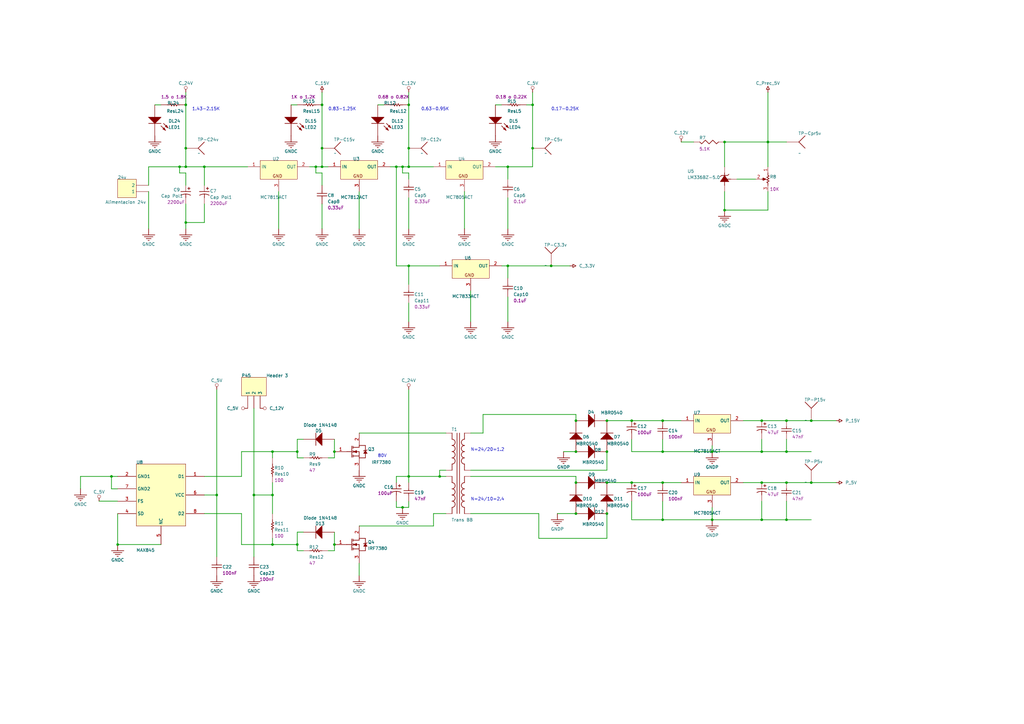
<source format=kicad_sch>
(kicad_sch (version 20211123) (generator eeschema)
  (paper "A3")
  (lib_symbols
    (symbol "fuentes_15V_5V_3.3V-altium-import:0_Diode"
      (property "Value" "0_Diode" (at 0 0 0))
      (symbol "0_Diode_1_0"
        (pin passive line (at -5.08 -2.54 0) (length 5.08) (name "A") (number "1"))
        (pin passive line (at 7.62 -2.54 180) (length 5.08) (name "K") (number "2"))
      )
    )
    (symbol "fuentes_15V_5V_3.3V-altium-import:0_IRFP250"
      (property "Value" "0_IRFP250" (at 0 0 0))
      (symbol "0_IRFP250_1_0"
        (pin passive line (at -5.08 -2.54 0) (length 5.08) (name "G") (number "1"))
        (pin passive line (at 5.08 5.08 270) (length 5.08) (name "D") (number "2"))
        (pin passive line (at 5.08 -10.16 90) (length 5.08) (name "S") (number "3"))
      )
    )
    (symbol "fuentes_15V_5V_3.3V-altium-import:0_LM336BZ-5.0"
      (property "Value" "0_LM336BZ-5.0" (at 0 0 0))
      (symbol "0_LM336BZ-5.0_1_0"
        (pin passive line (at 2.54 -7.62 90) (length 2.54) (name "-V") (number "1"))
        (pin passive line (at 2.54 2.54 270) (length 2.54) (name "+V") (number "2"))
        (pin input line (at 7.62 -2.54 180) (length 2.54) (name "ADJ") (number "3"))
      )
    )
    (symbol "fuentes_15V_5V_3.3V-altium-import:0_MAX845"
      (property "Value" "0_MAX845" (at 0 0 0))
      (symbol "0_MAX845_1_0"
        (pin passive line (at 27.94 -5.08 180) (length 7.62) (name "D1") (number "1"))
        (pin passive line (at -7.62 -5.08 0) (length 7.62) (name "GND1") (number "2"))
        (pin passive line (at -7.62 -15.24 0) (length 7.62) (name "FS") (number "3"))
        (pin passive line (at -7.62 -20.32 0) (length 7.62) (name "SD") (number "4"))
        (pin passive line (at 10.16 -33.02 90) (length 7.62) (name "NC") (number "5"))
        (pin passive line (at 27.94 -12.7 180) (length 7.62) (name "VCC") (number "6"))
        (pin passive line (at -7.62 -10.16 0) (length 7.62) (name "GND2") (number "7"))
        (pin passive line (at 27.94 -20.32 180) (length 7.62) (name "D2") (number "8"))
      )
    )
    (symbol "fuentes_15V_5V_3.3V-altium-import:0_MC7805ACT"
      (property "Value" "0_MC7805ACT" (at 0 0 0))
      (symbol "0_MC7805ACT_1_0"
        (text "GND" (at 5.08 -7.112 0) (effects (font (size 1.27 1.27)) (justify left bottom)))
        (pin power_in line (at -5.08 -2.54 0) (length 5.08) (name "IN") (number "1"))
        (pin power_in line (at 20.32 -2.54 180) (length 5.08) (name "OUT") (number "2"))
        (pin power_in line (at 7.62 -12.7 90) (length 5.08) (name "GND") (number "3"))
      )
    )
    (symbol "fuentes_15V_5V_3.3V-altium-import:0_RPot"
      (property "Value" "0_RPot" (at 0 0 0))
      (symbol "0_RPot_1_0"
        (pin passive line (at 2.54 2.54 270) (length 2.54) (name "TOP") (number "1"))
        (pin passive line (at -2.54 -2.54 0) (length 2.54) (name "TAP") (number "2"))
        (pin passive line (at 2.54 -7.62 90) (length 2.54) (name "BOT") (number "3"))
      )
    )
    (symbol "fuentes_15V_5V_3.3V-altium-import:0_Res1"
      (property "Value" "0_Res1" (at 0 0 0))
      (symbol "0_Res1_1_0"
        (pin passive line (at -2.54 -2.54 0) (length 2.54) (name "1") (number "1"))
        (pin passive line (at 7.62 -2.54 180) (length 2.54) (name "2") (number "2"))
      )
    )
    (symbol "fuentes_15V_5V_3.3V-altium-import:0_Trans BB"
      (property "Value" "0_Trans BB" (at 0 0 0))
      (symbol "0_Trans BB_1_0"
        (pin passive line (at 0 -2.54 0) (length 2.54) (name "Pri1+") (number "1"))
        (pin passive line (at 0 -17.78 0) (length 2.54) (name "Pri1-") (number "2"))
        (pin passive line (at 0 -20.32 0) (length 2.54) (name "Pri2+") (number "3"))
        (pin passive line (at 0 -35.56 0) (length 2.54) (name "Pri2-") (number "4"))
        (pin passive line (at 10.16 -2.54 180) (length 2.54) (name "Sec1+") (number "5"))
        (pin passive line (at 10.16 -17.78 180) (length 2.54) (name "Sec1-") (number "6"))
        (pin passive line (at 10.16 -20.32 180) (length 2.54) (name "Sec2+") (number "7"))
        (pin passive line (at 10.16 -35.56 180) (length 2.54) (name "Sec2-") (number "8"))
      )
    )
    (symbol "fuentes_15V_5V_3.3V-altium-import:1_Cap"
      (property "Value" "1_Cap" (at 0 0 0))
      (symbol "1_Cap_1_0"
        (pin passive line (at 2.54 -2.54 90) (length 2.54) (name "1") (number "1"))
        (pin passive line (at 2.54 5.08 270) (length 2.54) (name "2") (number "2"))
      )
    )
    (symbol "fuentes_15V_5V_3.3V-altium-import:1_Diode"
      (property "Value" "1_Diode" (at 0 0 0))
      (symbol "1_Diode_1_0"
        (pin passive line (at 2.54 -5.08 90) (length 5.08) (name "A") (number "1"))
        (pin passive line (at 2.54 7.62 270) (length 5.08) (name "K") (number "2"))
      )
    )
    (symbol "fuentes_15V_5V_3.3V-altium-import:1_Header 3"
      (property "Value" "1_Header 3" (at 0 0 0))
      (symbol "1_Header 3_1_0"
        (pin passive line (at 2.54 -5.08 90) (length 5.08) (name "1") (number "1"))
        (pin passive line (at 5.08 -5.08 90) (length 5.08) (name "2") (number "2"))
        (pin passive line (at 7.62 -5.08 90) (length 5.08) (name "3") (number "3"))
      )
    )
    (symbol "fuentes_15V_5V_3.3V-altium-import:2_Diode 1N4148"
      (property "Value" "2_Diode 1N4148" (at 0 0 0))
      (symbol "2_Diode 1N4148_1_0"
        (pin passive line (at 5.08 2.54 180) (length 5.08) (name "A") (number "1"))
        (pin passive line (at -7.62 2.54 0) (length 5.08) (name "K") (number "2"))
      )
    )
    (symbol "fuentes_15V_5V_3.3V-altium-import:2_Header 2"
      (property "Value" "2_Header 2" (at 0 0 0))
      (symbol "2_Header 2_1_0"
        (pin passive line (at 5.08 2.54 180) (length 5.08) (name "1") (number "1"))
        (pin passive line (at 5.08 5.08 180) (length 5.08) (name "2") (number "2"))
      )
    )
    (symbol "fuentes_15V_5V_3.3V-altium-import:2_Res3"
      (property "Value" "2_Res3" (at 0 0 0))
      (symbol "2_Res3_1_0"
        (pin passive line (at 2.54 2.54 180) (length 2.54) (name "1") (number "1"))
        (pin passive line (at -10.16 2.54 0) (length 2.54) (name "2") (number "2"))
      )
    )
    (symbol "fuentes_15V_5V_3.3V-altium-import:2_Socket"
      (property "Value" "2_Socket" (at 0 0 0))
      (symbol "2_Socket_1_0"
        (pin passive line (at -7.62 2.54 0) (length 5.08) (name "1") (number "1"))
      )
    )
    (symbol "fuentes_15V_5V_3.3V-altium-import:3_Cap"
      (property "Value" "3_Cap" (at 0 0 0))
      (symbol "3_Cap_1_0"
        (pin passive line (at -2.54 2.54 270) (length 2.54) (name "1") (number "1"))
        (pin passive line (at -2.54 -5.08 90) (length 2.54) (name "2") (number "2"))
      )
    )
    (symbol "fuentes_15V_5V_3.3V-altium-import:3_Cap Pol1"
      (property "Value" "3_Cap Pol1" (at 0 0 0))
      (symbol "3_Cap Pol1_1_0"
        (pin passive line (at -2.54 2.54 270) (length 2.54) (name "1") (number "1"))
        (pin passive line (at -2.54 -5.08 90) (length 2.54) (name "2") (number "2"))
      )
    )
    (symbol "fuentes_15V_5V_3.3V-altium-import:3_LED1"
      (property "Value" "3_LED1" (at 0 0 0))
      (symbol "3_LED1_1_0"
        (pin passive line (at -2.54 5.08 270) (length 5.08) (name "A") (number "1"))
        (pin passive line (at -2.54 -7.62 90) (length 5.08) (name "K") (number "2"))
      )
    )
    (symbol "fuentes_15V_5V_3.3V-altium-import:3_Res1"
      (property "Value" "3_Res1" (at 0 0 0))
      (symbol "3_Res1_1_0"
        (pin passive line (at -2.54 2.54 270) (length 2.54) (name "1") (number "1"))
        (pin passive line (at -2.54 -7.62 90) (length 2.54) (name "2") (number "2"))
      )
    )
    (symbol "fuentes_15V_5V_3.3V-altium-import:3_Socket"
      (property "Value" "3_Socket" (at 0 0 0))
      (symbol "3_Socket_1_0"
        (pin passive line (at -2.54 -7.62 90) (length 5.08) (name "1") (number "1"))
      )
    )
    (symbol "fuentes_15V_5V_3.3V-altium-import:C_12V" (power)
      (property "Reference" "#PWR" (at 0 0 0))
      (property "Value" "C_12V" (at 0 3.81 0))
      (symbol "C_12V_0_0"
        (pin power_in line (at 0 0 0) (length 0) hide (name "C_12V") (number ""))
      )
    )
    (symbol "fuentes_15V_5V_3.3V-altium-import:C_15V" (power)
      (property "Reference" "#PWR" (at 0 0 0))
      (property "Value" "C_15V" (at 0 3.81 0))
      (symbol "C_15V_0_0"
        (pin power_in line (at 0 0 0) (length 0) hide (name "C_15V") (number ""))
      )
    )
    (symbol "fuentes_15V_5V_3.3V-altium-import:C_24V" (power)
      (property "Reference" "#PWR" (at 0 0 0))
      (property "Value" "C_24V" (at 0 3.81 0))
      (symbol "C_24V_0_0"
        (pin power_in line (at 0 0 0) (length 0) hide (name "C_24V") (number ""))
      )
    )
    (symbol "fuentes_15V_5V_3.3V-altium-import:C_3.3V" (power)
      (property "Reference" "#PWR" (at 0 0 0))
      (property "Value" "C_3.3V" (at 0 3.81 0))
      (symbol "C_3.3V_0_0"
        (pin power_in line (at 0 0 0) (length 0) hide (name "C_3.3V") (number ""))
      )
    )
    (symbol "fuentes_15V_5V_3.3V-altium-import:C_5V" (power)
      (property "Reference" "#PWR" (at 0 0 0))
      (property "Value" "C_5V" (at 0 3.81 0))
      (symbol "C_5V_0_0"
        (pin power_in line (at 0 0 0) (length 0) hide (name "C_5V") (number ""))
      )
    )
    (symbol "fuentes_15V_5V_3.3V-altium-import:C_Prec_5V" (power)
      (property "Reference" "#PWR" (at 0 0 0))
      (property "Value" "C_Prec_5V" (at 0 3.81 0))
      (symbol "C_Prec_5V_0_0"
        (pin power_in line (at 0 0 0) (length 0) hide (name "C_Prec_5V") (number ""))
      )
    )
    (symbol "fuentes_15V_5V_3.3V-altium-import:GNDC" (power)
      (property "Reference" "#PWR" (at 0 0 0))
      (property "Value" "GNDC" (at 0 6.35 0))
      (symbol "GNDC_0_0"
        (pin power_in line (at 0 0 0) (length 0) hide (name "GNDC") (number ""))
      )
    )
    (symbol "fuentes_15V_5V_3.3V-altium-import:GNDP" (power)
      (property "Reference" "#PWR" (at 0 0 0))
      (property "Value" "GNDP" (at 0 6.35 0))
      (symbol "GNDP_0_0"
        (pin power_in line (at 0 0 0) (length 0) hide (name "GNDP") (number ""))
      )
    )
    (symbol "fuentes_15V_5V_3.3V-altium-import:P_15V" (power)
      (property "Reference" "#PWR" (at 0 0 0))
      (property "Value" "P_15V" (at 0 3.81 0))
      (symbol "P_15V_0_0"
        (pin power_in line (at 0 0 0) (length 0) hide (name "P_15V") (number ""))
      )
    )
    (symbol "fuentes_15V_5V_3.3V-altium-import:P_5V" (power)
      (property "Reference" "#PWR" (at 0 0 0))
      (property "Value" "P_5V" (at 0 3.81 0))
      (symbol "P_5V_0_0"
        (pin power_in line (at 0 0 0) (length 0) hide (name "P_5V") (number ""))
      )
    )
  )
  (junction (at 259.08 197.9422))
  (junction (at 129.54 68.4022))
  (junction (at 48.26 223.3422))
  (junction (at 271.78 172.5422))
  (junction (at 121.92 223.3422))
  (junction (at 271.78 197.9422))
  (junction (at 292.1 213.1822))
  (junction (at 132.08 43.0022))
  (junction (at 180.34 195.4022))
  (junction (at 76.2 91.2622))
  (junction (at 167.64 43.0022))
  (junction (at 218.44 60.7822))
  (junction (at 312.42 213.1822))
  (junction (at 132.08 68.4022))
  (junction (at 167.64 195.4022))
  (junction (at 76.2 60.7822))
  (junction (at 312.42 185.2422))
  (junction (at 88.9 203.0222))
  (junction (at 73.66 68.4022))
  (junction (at 322.58 172.5422))
  (junction (at 165.1 208.1022))
  (junction (at 312.42 197.9422))
  (junction (at 76.2 43.0022))
  (junction (at 236.22 197.9422))
  (junction (at 271.78 213.1822))
  (junction (at 322.58 213.1822))
  (junction (at 248.92 185.2422))
  (junction (at 297.18 86.1822))
  (junction (at 137.16 185.2422))
  (junction (at 226.06 109.0422))
  (junction (at 121.92 185.2422))
  (junction (at 132.08 60.7822))
  (junction (at 271.78 185.2422))
  (junction (at 236.22 172.5422))
  (junction (at 297.18 58.2422))
  (junction (at 137.16 223.3422))
  (junction (at 332.74 172.5422))
  (junction (at 45.72 195.4022))
  (junction (at 332.74 197.9422))
  (junction (at 76.2 68.4022))
  (junction (at 167.64 60.7822))
  (junction (at 259.08 172.5422))
  (junction (at 111.76 185.2422))
  (junction (at 312.42 172.5422))
  (junction (at 314.96 58.2422))
  (junction (at 111.76 223.3422))
  (junction (at 162.56 68.4022))
  (junction (at 104.14 203.0222))
  (junction (at 208.28 109.0422))
  (junction (at 248.92 172.5422))
  (junction (at 236.22 210.6422))
  (junction (at 208.28 68.4022))
  (junction (at 167.64 109.0422))
  (junction (at 248.92 197.9422))
  (junction (at 236.22 185.2422))
  (junction (at 83.82 68.4022))
  (junction (at 292.1 185.2422))
  (junction (at 322.58 197.9422))
  (junction (at 111.76 203.0222))
  (junction (at 167.64 68.4022))
  (junction (at 165.1 68.4022))
  (junction (at 218.44 43.0022))
  (junction (at 322.58 185.2422))
  (junction (at 248.92 210.6422))
  (wire (pts (xy 121.92 187.7822) (xy 124.46 187.7822)) (stroke (width 0.254)))
  (wire (pts (xy 162.56 68.4022) (xy 165.1 68.4022)) (stroke (width 0.254)))
  (wire (pts (xy 167.64 81.1022) (xy 167.64 93.8022)) (stroke (width 0.254)))
  (wire (pts (xy 198.12 177.6222) (xy 198.12 170.0022)) (stroke (width 0.254)))
  (wire (pts (xy 111.76 185.2422) (xy 111.76 187.7822)) (stroke (width 0.254)))
  (wire (pts (xy 297.18 58.2422) (xy 297.18 68.4022)) (stroke (width 0.254)))
  (wire (pts (xy 157.48 43.0022) (xy 154.94 43.0022)) (stroke (width 0.254)))
  (wire (pts (xy 101.6 68.4022) (xy 83.82 68.4022)) (stroke (width 0.254)))
  (wire (pts (xy 218.44 37.9222) (xy 218.44 43.0022)) (stroke (width 0.254)))
  (wire (pts (xy 134.62 187.7822) (xy 137.16 187.7822)) (stroke (width 0.254)))
  (wire (pts (xy 332.74 172.5422) (xy 322.58 172.5422)) (stroke (width 0.254)))
  (wire (pts (xy 76.2 76.0222) (xy 76.2 70.9422)) (stroke (width 0.254)))
  (wire (pts (xy 99.06 185.2422) (xy 111.76 185.2422)) (stroke (width 0.254)))
  (wire (pts (xy 124.46 218.2622) (xy 121.92 218.2622)) (stroke (width 0.254)))
  (wire (pts (xy 48.26 223.3422) (xy 48.26 210.6422)) (stroke (width 0.254)))
  (wire (pts (xy 83.82 195.4022) (xy 99.06 195.4022)) (stroke (width 0.254)))
  (wire (pts (xy 236.22 185.2422) (xy 231.14 185.2422)) (stroke (width 0.254)))
  (wire (pts (xy 83.82 68.4022) (xy 76.2 68.4022)) (stroke (width 0.254)))
  (wire (pts (xy 322.58 213.1822) (xy 312.42 213.1822)) (stroke (width 0.254)))
  (wire (pts (xy 121.92 225.8822) (xy 124.46 225.8822)) (stroke (width 0.254)))
  (wire (pts (xy 271.78 197.9422) (xy 279.4 197.9422)) (stroke (width 0.254)))
  (wire (pts (xy 167.64 197.9422) (xy 167.64 195.4022)) (stroke (width 0.254)))
  (wire (pts (xy 137.16 225.8822) (xy 137.16 223.3422)) (stroke (width 0.254)))
  (wire (pts (xy 332.74 185.2422) (xy 322.58 185.2422)) (stroke (width 0.254)))
  (wire (pts (xy 167.64 195.4022) (xy 167.64 159.8422)) (stroke (width 0.254)))
  (wire (pts (xy 236.22 195.4022) (xy 193.04 195.4022)) (stroke (width 0.254)))
  (wire (pts (xy 271.78 180.1622) (xy 271.78 185.2422)) (stroke (width 0.254)))
  (wire (pts (xy 208.28 68.4022) (xy 208.28 73.4822)) (stroke (width 0.254)))
  (wire (pts (xy 132.08 70.9422) (xy 129.54 70.9422)) (stroke (width 0.254)))
  (wire (pts (xy 236.22 170.0022) (xy 236.22 172.5422)) (stroke (width 0.254)))
  (wire (pts (xy 76.2 70.9422) (xy 73.66 70.9422)) (stroke (width 0.254)))
  (wire (pts (xy 208.28 114.1222) (xy 208.28 109.0422)) (stroke (width 0.254)))
  (wire (pts (xy 322.58 197.9422) (xy 332.74 197.9422)) (stroke (width 0.254)))
  (wire (pts (xy 279.4 58.2422) (xy 284.48 58.2422)) (stroke (width 0.254)))
  (wire (pts (xy 111.76 185.2422) (xy 121.92 185.2422)) (stroke (width 0.254)))
  (wire (pts (xy 220.98 220.8022) (xy 248.92 220.8022)) (stroke (width 0.254)))
  (wire (pts (xy 271.78 172.5422) (xy 259.08 172.5422)) (stroke (width 0.254)))
  (wire (pts (xy 314.96 68.4022) (xy 314.96 58.2422)) (stroke (width 0.254)))
  (wire (pts (xy 73.66 70.9422) (xy 73.66 68.4022)) (stroke (width 0.254)))
  (wire (pts (xy 193.04 177.6222) (xy 198.12 177.6222)) (stroke (width 0.254)))
  (wire (pts (xy 111.76 223.3422) (xy 121.92 223.3422)) (stroke (width 0.254)))
  (wire (pts (xy 83.82 210.6422) (xy 99.06 210.6422)) (stroke (width 0.254)))
  (wire (pts (xy 236.22 197.9422) (xy 236.22 195.4022)) (stroke (width 0.254)))
  (wire (pts (xy 177.8 215.7222) (xy 147.32 215.7222)) (stroke (width 0.254)))
  (wire (pts (xy 114.3 78.5622) (xy 114.3 93.8022)) (stroke (width 0.254)))
  (wire (pts (xy 226.06 109.0422) (xy 233.68 109.0422)) (stroke (width 0.254)))
  (wire (pts (xy 167.64 116.6622) (xy 167.64 109.0422)) (stroke (width 0.254)))
  (wire (pts (xy 162.56 205.5622) (xy 162.56 208.1022)) (stroke (width 0.254)))
  (wire (pts (xy 312.42 197.9422) (xy 322.58 197.9422)) (stroke (width 0.254)))
  (wire (pts (xy 88.9 228.4222) (xy 88.9 203.0222)) (stroke (width 0.254)))
  (wire (pts (xy 132.08 43.0022) (xy 132.08 37.9222)) (stroke (width 0.254)))
  (wire (pts (xy 193.04 119.2022) (xy 193.04 131.9022)) (stroke (width 0.254)))
  (wire (pts (xy 76.2 91.2622) (xy 76.2 93.8022)) (stroke (width 0.254)))
  (wire (pts (xy 322.58 205.5622) (xy 322.58 213.1822)) (stroke (width 0.254)))
  (wire (pts (xy 73.66 68.4022) (xy 60.96 68.4022)) (stroke (width 0.254)))
  (wire (pts (xy 132.08 76.0222) (xy 132.08 70.9422)) (stroke (width 0.254)))
  (wire (pts (xy 124.46 180.1622) (xy 121.92 180.1622)) (stroke (width 0.254)))
  (wire (pts (xy 259.08 180.1622) (xy 259.08 185.2422)) (stroke (width 0.254)))
  (wire (pts (xy 167.64 68.4022) (xy 177.8 68.4022)) (stroke (width 0.254)))
  (wire (pts (xy 160.02 68.4022) (xy 162.56 68.4022)) (stroke (width 0.254)))
  (wire (pts (xy 104.14 203.0222) (xy 104.14 228.4222)) (stroke (width 0.254)))
  (wire (pts (xy 99.06 195.4022) (xy 99.06 185.2422)) (stroke (width 0.254)))
  (wire (pts (xy 314.96 58.2422) (xy 297.18 58.2422)) (stroke (width 0.254)))
  (wire (pts (xy 259.08 185.2422) (xy 271.78 185.2422)) (stroke (width 0.254)))
  (wire (pts (xy 309.88 73.4822) (xy 302.26 73.4822)) (stroke (width 0.254)))
  (wire (pts (xy 129.54 68.4022) (xy 132.08 68.4022)) (stroke (width 0.254)))
  (wire (pts (xy 314.96 78.5622) (xy 314.96 86.1822)) (stroke (width 0.254)))
  (wire (pts (xy 132.08 68.4022) (xy 134.62 68.4022)) (stroke (width 0.254)))
  (wire (pts (xy 167.64 208.1022) (xy 167.64 205.5622)) (stroke (width 0.254)))
  (wire (pts (xy 167.64 43.0022) (xy 167.64 60.7822)) (stroke (width 0.254)))
  (wire (pts (xy 83.82 91.2622) (xy 76.2 91.2622)) (stroke (width 0.254)))
  (wire (pts (xy 165.1 70.9422) (xy 165.1 68.4022)) (stroke (width 0.254)))
  (wire (pts (xy 121.92 218.2622) (xy 121.92 223.3422)) (stroke (width 0.254)))
  (wire (pts (xy 248.92 220.8022) (xy 248.92 210.6422)) (stroke (width 0.254)))
  (wire (pts (xy 99.06 210.6422) (xy 99.06 223.3422)) (stroke (width 0.254)))
  (wire (pts (xy 99.06 223.3422) (xy 111.76 223.3422)) (stroke (width 0.254)))
  (wire (pts (xy 88.9 203.0222) (xy 83.82 203.0222)) (stroke (width 0.254)))
  (wire (pts (xy 45.72 200.4822) (xy 45.72 195.4022)) (stroke (width 0.254)))
  (wire (pts (xy 314.96 86.1822) (xy 297.18 86.1822)) (stroke (width 0.254)))
  (wire (pts (xy 167.64 60.7822) (xy 167.64 68.4022)) (stroke (width 0.254)))
  (wire (pts (xy 137.16 185.2422) (xy 137.16 180.1622)) (stroke (width 0.254)))
  (wire (pts (xy 312.42 185.2422) (xy 322.58 185.2422)) (stroke (width 0.254)))
  (wire (pts (xy 167.64 109.0422) (xy 162.56 109.0422)) (stroke (width 0.254)))
  (wire (pts (xy 312.42 213.1822) (xy 292.1 213.1822)) (stroke (width 0.254)))
  (wire (pts (xy 104.14 203.0222) (xy 104.14 167.4622)) (stroke (width 0.254)))
  (wire (pts (xy 167.64 195.4022) (xy 162.56 195.4022)) (stroke (width 0.254)))
  (wire (pts (xy 198.12 170.0022) (xy 236.22 170.0022)) (stroke (width 0.254)))
  (wire (pts (xy 208.28 109.0422) (xy 205.74 109.0422)) (stroke (width 0.254)))
  (wire (pts (xy 314.96 37.9222) (xy 314.96 58.2422)) (stroke (width 0.254)))
  (wire (pts (xy 332.74 213.1822) (xy 322.58 213.1822)) (stroke (width 0.254)))
  (wire (pts (xy 292.1 213.1822) (xy 292.1 208.1022)) (stroke (width 0.254)))
  (wire (pts (xy 129.54 70.9422) (xy 129.54 68.4022)) (stroke (width 0.254)))
  (wire (pts (xy 147.32 177.6222) (xy 182.88 177.6222)) (stroke (width 0.254)))
  (wire (pts (xy 292.1 185.2422) (xy 292.1 182.7022)) (stroke (width 0.254)))
  (wire (pts (xy 66.04 223.3422) (xy 48.26 223.3422)) (stroke (width 0.254)))
  (wire (pts (xy 259.08 213.1822) (xy 271.78 213.1822)) (stroke (width 0.254)))
  (wire (pts (xy 312.42 205.5622) (xy 312.42 213.1822)) (stroke (width 0.254)))
  (wire (pts (xy 162.56 195.4022) (xy 162.56 197.9422)) (stroke (width 0.254)))
  (wire (pts (xy 180.34 109.0422) (xy 167.64 109.0422)) (stroke (width 0.254)))
  (wire (pts (xy 205.74 43.0022) (xy 203.2 43.0022)) (stroke (width 0.254)))
  (wire (pts (xy 48.26 205.5622) (xy 40.64 205.5622)) (stroke (width 0.254)))
  (wire (pts (xy 322.58 185.2422) (xy 322.58 180.1622)) (stroke (width 0.254)))
  (wire (pts (xy 76.2 83.6422) (xy 76.2 91.2622)) (stroke (width 0.254)))
  (wire (pts (xy 167.64 73.4822) (xy 167.64 70.9422)) (stroke (width 0.254)))
  (wire (pts (xy 177.8 210.6422) (xy 177.8 215.7222)) (stroke (width 0.254)))
  (wire (pts (xy 218.44 43.0022) (xy 218.44 60.7822)) (stroke (width 0.254)))
  (wire (pts (xy 162.56 109.0422) (xy 162.56 68.4022)) (stroke (width 0.254)))
  (wire (pts (xy 220.98 210.6422) (xy 220.98 220.8022)) (stroke (width 0.254)))
  (wire (pts (xy 218.44 60.7822) (xy 218.44 68.4022)) (stroke (width 0.254)))
  (wire (pts (xy 165.1 68.4022) (xy 167.64 68.4022)) (stroke (width 0.254)))
  (wire (pts (xy 182.88 195.4022) (xy 180.34 195.4022)) (stroke (width 0.254)))
  (wire (pts (xy 132.08 83.6422) (xy 132.08 93.8022)) (stroke (width 0.254)))
  (wire (pts (xy 271.78 185.2422) (xy 292.1 185.2422)) (stroke (width 0.254)))
  (wire (pts (xy 88.9 203.0222) (xy 88.9 159.8422)) (stroke (width 0.254)))
  (wire (pts (xy 167.64 124.2822) (xy 167.64 131.9022)) (stroke (width 0.254)))
  (wire (pts (xy 218.44 68.4022) (xy 208.28 68.4022)) (stroke (width 0.254)))
  (wire (pts (xy 132.08 68.4022) (xy 132.08 60.7822)) (stroke (width 0.254)))
  (wire (pts (xy 121.92 223.3422) (xy 121.92 225.8822)) (stroke (width 0.254)))
  (wire (pts (xy 342.9 172.5422) (xy 332.74 172.5422)) (stroke (width 0.254)))
  (wire (pts (xy 271.78 213.1822) (xy 292.1 213.1822)) (stroke (width 0.254)))
  (wire (pts (xy 45.72 195.4022) (xy 48.26 195.4022)) (stroke (width 0.254)))
  (wire (pts (xy 76.2 43.0022) (xy 76.2 60.7822)) (stroke (width 0.254)))
  (wire (pts (xy 111.76 220.8022) (xy 111.76 223.3422)) (stroke (width 0.254)))
  (wire (pts (xy 111.76 203.0222) (xy 111.76 210.6422)) (stroke (width 0.254)))
  (wire (pts (xy 45.72 195.4022) (xy 33.02 195.4022)) (stroke (width 0.254)))
  (wire (pts (xy 259.08 205.5622) (xy 259.08 213.1822)) (stroke (width 0.254)))
  (wire (pts (xy 332.74 197.9422) (xy 342.9 197.9422)) (stroke (width 0.254)))
  (wire (pts (xy 121.92 180.1622) (xy 121.92 185.2422)) (stroke (width 0.254)))
  (wire (pts (xy 83.82 83.6422) (xy 83.82 91.2622)) (stroke (width 0.254)))
  (wire (pts (xy 76.2 37.9222) (xy 76.2 43.0022)) (stroke (width 0.254)))
  (wire (pts (xy 167.64 70.9422) (xy 165.1 70.9422)) (stroke (width 0.254)))
  (wire (pts (xy 137.16 187.7822) (xy 137.16 185.2422)) (stroke (width 0.254)))
  (wire (pts (xy 193.04 210.6422) (xy 220.98 210.6422)) (stroke (width 0.254)))
  (wire (pts (xy 271.78 205.5622) (xy 271.78 213.1822)) (stroke (width 0.254)))
  (wire (pts (xy 218.44 43.0022) (xy 215.9 43.0022)) (stroke (width 0.254)))
  (wire (pts (xy 111.76 197.9422) (xy 111.76 203.0222)) (stroke (width 0.254)))
  (wire (pts (xy 76.2 60.7822) (xy 76.2 68.4022)) (stroke (width 0.254)))
  (wire (pts (xy 167.64 37.9222) (xy 167.64 43.0022)) (stroke (width 0.254)))
  (wire (pts (xy 180.34 195.4022) (xy 167.64 195.4022)) (stroke (width 0.254)))
  (wire (pts (xy 33.02 195.4022) (xy 33.02 200.4822)) (stroke (width 0.254)))
  (wire (pts (xy 208.28 109.0422) (xy 226.06 109.0422)) (stroke (width 0.254)))
  (wire (pts (xy 208.28 121.7422) (xy 208.28 131.9022)) (stroke (width 0.254)))
  (wire (pts (xy 66.04 43.0022) (xy 63.5 43.0022)) (stroke (width 0.254)))
  (wire (pts (xy 297.18 86.1822) (xy 297.18 78.5622)) (stroke (width 0.254)))
  (wire (pts (xy 248.92 192.8622) (xy 248.92 185.2422)) (stroke (width 0.254)))
  (wire (pts (xy 111.76 203.0222) (xy 104.14 203.0222)) (stroke (width 0.254)))
  (wire (pts (xy 83.82 76.0222) (xy 83.82 68.4022)) (stroke (width 0.254)))
  (wire (pts (xy 121.92 185.2422) (xy 121.92 187.7822)) (stroke (width 0.254)))
  (wire (pts (xy 203.2 68.4022) (xy 208.28 68.4022)) (stroke (width 0.254)))
  (wire (pts (xy 147.32 78.5622) (xy 147.32 93.8022)) (stroke (width 0.254)))
  (wire (pts (xy 312.42 185.2422) (xy 312.42 180.1622)) (stroke (width 0.254)))
  (wire (pts (xy 132.08 60.7822) (xy 132.08 43.0022)) (stroke (width 0.254)))
  (wire (pts (xy 314.96 58.2422) (xy 322.58 58.2422)) (stroke (width 0.254)))
  (wire (pts (xy 190.5 78.5622) (xy 190.5 93.8022)) (stroke (width 0.254)))
  (wire (pts (xy 76.2 68.4022) (xy 73.66 68.4022)) (stroke (width 0.254)))
  (wire (pts (xy 48.26 200.4822) (xy 45.72 200.4822)) (stroke (width 0.254)))
  (wire (pts (xy 60.96 78.5622) (xy 60.96 93.8022)) (stroke (width 0.254)))
  (wire (pts (xy 279.4 172.5422) (xy 271.78 172.5422)) (stroke (width 0.254)))
  (wire (pts (xy 248.92 197.9422) (xy 259.08 197.9422)) (stroke (width 0.254)))
  (wire (pts (xy 134.62 225.8822) (xy 137.16 225.8822)) (stroke (width 0.254)))
  (wire (pts (xy 312.42 172.5422) (xy 304.8 172.5422)) (stroke (width 0.254)))
  (wire (pts (xy 147.32 230.9622) (xy 147.32 236.0422)) (stroke (width 0.254)))
  (wire (pts (xy 121.92 43.0022) (xy 119.38 43.0022)) (stroke (width 0.254)))
  (wire (pts (xy 259.08 172.5422) (xy 248.92 172.5422)) (stroke (width 0.254)))
  (wire (pts (xy 193.04 192.8622) (xy 248.92 192.8622)) (stroke (width 0.254)))
  (wire (pts (xy 180.34 192.8622) (xy 180.34 195.4022)) (stroke (width 0.254)))
  (wire (pts (xy 182.88 210.6422) (xy 177.8 210.6422)) (stroke (width 0.254)))
  (wire (pts (xy 208.28 93.8022) (xy 208.28 81.1022)) (stroke (width 0.254)))
  (wire (pts (xy 304.8 197.9422) (xy 312.42 197.9422)) (stroke (width 0.254)))
  (wire (pts (xy 228.6 210.6422) (xy 236.22 210.6422)) (stroke (width 0.254)))
  (wire (pts (xy 162.56 208.1022) (xy 165.1 208.1022)) (stroke (width 0.254)))
  (wire (pts (xy 182.88 192.8622) (xy 180.34 192.8622)) (stroke (width 0.254)))
  (wire (pts (xy 60.96 68.4022) (xy 60.96 76.0222)) (stroke (width 0.254)))
  (wire (pts (xy 259.08 197.9422) (xy 271.78 197.9422)) (stroke (width 0.254)))
  (wire (pts (xy 127 68.4022) (xy 129.54 68.4022)) (stroke (width 0.254)))
  (wire (pts (xy 292.1 185.2422) (xy 312.42 185.2422)) (stroke (width 0.254)))
  (wire (pts (xy 137.16 223.3422) (xy 137.16 218.2622)) (stroke (width 0.254)))
  (wire (pts (xy 165.1 208.1022) (xy 167.64 208.1022)) (stroke (width 0.254)))
  (wire (pts (xy 322.58 172.5422) (xy 312.42 172.5422)) (stroke (width 0.254)))
  (text "N=24/10=2.4" (at 193.04 205.5622 180) (effects (font (size 1.27 1.27)) (justify left bottom)))
  (text "N=24/20=1.2" (at 193.04 185.2422 180) (effects (font (size 1.27 1.27)) (justify left bottom)))
  (text "1.43-2.15K" (at 78.74 45.5422 180) (effects (font (size 1.27 1.27)) (justify left bottom)))
  (text "0.83-1.25K" (at 134.62 45.5422 180) (effects (font (size 1.27 1.27)) (justify left bottom)))
  (text "0.63-0.95K" (at 172.72 45.5422 180) (effects (font (size 1.27 1.27)) (justify left bottom)))
  (text "0.17-0.25K" (at 226.06 45.5422 180) (effects (font (size 1.27 1.27)) (justify left bottom)))
  (text "80V" (at 154.94 187.7822 180) (effects (font (size 1.27 1.27)) (justify left bottom)))
  (symbol (lib_id "fuentes_15V_5V_3.3V-altium-import:2_Socket") (at 83.82 63.3222 0) (unit 1)
    (property "Reference" "TP-C24v" (at 81.026 57.9882 0) (effects (justify left bottom)))
    (property "Value" "~" (at 81.026 63.5762 0) (effects (justify left bottom)))
    (property "Footprint" "PIN1" (effects hide))
    (property "LATESTREVISIONDATE" "17-Jul-2002" (effects hide))
    (property "LATESTREVISIONNOTE" "Re-released for DXP Platform." (effects hide))
    (property "PUBLISHER" "Altium Limited" (effects hide))
  )
  (symbol (lib_id "fuentes_15V_5V_3.3V-altium-import:C_24V") (at 76.2 37.9222 180) (unit 1)
    (property "Reference" "#PWR?" (effects hide))
    (property "Value" "C_24V" (at 76.2 34.1122 0))
  )
  (symbol (lib_id "fuentes_15V_5V_3.3V-altium-import:0_Res1") (at 68.58 40.4622 0) (unit 1)
    (property "Reference" "RL24" (at 68.58 43.0022 0) (effects (justify left bottom)))
    (property "Value" "ResL24" (at 68.326 46.3042 0) (effects (justify left bottom)))
    (property "Footprint" "8-1206" (effects hide))
    (property "PUBLISHED" "8-Jun-2000" (effects hide))
    (property "LATESTREVISIONDATE" "17-Jul-2002" (effects hide))
    (property "LATESTREVISIONNOTE" "Re-released for DXP Platform." (effects hide))
    (property "PACKAGEREFERENCE" "AXIAL-0.3" (effects hide))
    (property "PUBLISHER" "Altium Limited" (effects hide))
    (property "PACKAGEDESCRIPTION" "Axial Device, Thru-Hole; 2 Leads; 0.3 in Pin Spacing" (effects hide))
    (property "ALTIUM_VALUE" "1.5 o 1.8K" (at 66.04 40.4622 0) (effects (justify left bottom)))
  )
  (symbol (lib_id "fuentes_15V_5V_3.3V-altium-import:2_Socket") (at 226.06 63.3222 0) (unit 1)
    (property "Reference" "TP-C5v" (at 223.266 57.9882 0) (effects (justify left bottom)))
    (property "Value" "~" (at 223.266 63.5762 0) (effects (justify left bottom)))
    (property "Footprint" "PIN1" (effects hide))
    (property "LATESTREVISIONDATE" "17-Jul-2002" (effects hide))
    (property "LATESTREVISIONNOTE" "Re-released for DXP Platform." (effects hide))
    (property "PUBLISHER" "Altium Limited" (effects hide))
  )
  (symbol (lib_id "fuentes_15V_5V_3.3V-altium-import:GNDC") (at 76.2 93.8022 0) (unit 1)
    (property "Reference" "#PWR?" (effects hide))
    (property "Value" "GNDC" (at 76.2 100.1522 0))
  )
  (symbol (lib_id "fuentes_15V_5V_3.3V-altium-import:GNDP") (at 231.14 185.2422 0) (unit 1)
    (property "Reference" "#PWR?" (effects hide))
    (property "Value" "GNDP" (at 231.14 191.5922 0))
  )
  (symbol (lib_id "fuentes_15V_5V_3.3V-altium-import:0_MC7805ACT") (at 139.7 65.8622 0) (unit 1)
    (property "Reference" "U3" (at 144.78 65.8622 0) (effects (justify left bottom)))
    (property "Value" "MC7812ACT" (at 139.7 81.6102 0) (effects (justify left bottom)))
    (property "Footprint" "TO220*" (effects hide))
    (property "PUBLISHED" "15-Apr-2002" (effects hide))
    (property "DATASHEETVERSION" "1997" (effects hide))
    (property "PACKAGEVERSION" "1997" (effects hide))
    (property "PACKAGEREFERENCE" "221A-06" (effects hide))
    (property "PUBLISHER" "Altium Limited" (effects hide))
    (property "PACKAGEDESCRIPTION" "TO, Thru-Hole, Vertical, Heatsink Mounted; 3 In-Line Leads; Pitch 2.54 mm" (effects hide))
    (property "NOTE" "Heatsink surface is connected to Pin 2" (effects hide))
    (property "CODE_JEDEC" "TO-262-AA" (effects hide))
    (property "COMPONENTLINK1DESCRIPTION" "Manufacturer Link" (effects hide))
    (property "COMPONENTLINK1URL" "http://www.onsemi.com/site/products/taxonomy/0,4438,503,00.html" (effects hide))
    (property "COMPONENTLINK2DESCRIPTION" "Datasheet" (effects hide))
    (property "COMPONENTLINK2URL" "http://www.onsemi.com/pub/Collateral/MC7800-D.PDF" (effects hide))
  )
  (symbol (lib_id "fuentes_15V_5V_3.3V-altium-import:0_MC7805ACT") (at 284.48 170.0022 0) (unit 1)
    (property "Reference" "U7" (at 284.48 170.0022 0) (effects (justify left bottom)))
    (property "Value" "MC7815ACT" (at 284.48 185.7502 0) (effects (justify left bottom)))
    (property "Footprint" "TO220*" (effects hide))
    (property "PUBLISHED" "15-Apr-2002" (effects hide))
    (property "DATASHEETVERSION" "1997" (effects hide))
    (property "PACKAGEVERSION" "1997" (effects hide))
    (property "PACKAGEREFERENCE" "221A-06" (effects hide))
    (property "PUBLISHER" "Altium Limited" (effects hide))
    (property "PACKAGEDESCRIPTION" "TO, Thru-Hole, Vertical, Heatsink Mounted; 3 In-Line Leads; Pitch 2.54 mm" (effects hide))
    (property "NOTE" "Heatsink surface is connected to Pin 2" (effects hide))
    (property "CODE_JEDEC" "TO-262-AA" (effects hide))
    (property "COMPONENTLINK1DESCRIPTION" "Manufacturer Link" (effects hide))
    (property "COMPONENTLINK1URL" "http://www.onsemi.com/site/products/taxonomy/0,4438,503,00.html" (effects hide))
    (property "COMPONENTLINK2DESCRIPTION" "Datasheet" (effects hide))
    (property "COMPONENTLINK2URL" "http://www.onsemi.com/pub/Collateral/MC7800-D.PDF" (effects hide))
  )
  (symbol (lib_id "fuentes_15V_5V_3.3V-altium-import:GNDC") (at 48.26 223.3422 0) (unit 1)
    (property "Reference" "#PWR?" (effects hide))
    (property "Value" "GNDC" (at 48.26 229.6922 0))
  )
  (symbol (lib_id "fuentes_15V_5V_3.3V-altium-import:3_Socket") (at 335.28 190.3222 0) (unit 1)
    (property "Reference" "TP-P5v" (at 329.946 190.0682 0) (effects (justify left bottom)))
    (property "Value" "~" (at 329.946 198.4502 0) (effects (justify left bottom)))
    (property "Footprint" "PIN1" (effects hide))
    (property "LATESTREVISIONDATE" "17-Jul-2002" (effects hide))
    (property "LATESTREVISIONNOTE" "Re-released for DXP Platform." (effects hide))
    (property "PUBLISHER" "Altium Limited" (effects hide))
  )
  (symbol (lib_id "fuentes_15V_5V_3.3V-altium-import:0_MC7805ACT") (at 284.48 195.4022 0) (unit 1)
    (property "Reference" "U9" (at 284.48 195.4022 0) (effects (justify left bottom)))
    (property "Value" "MC7805ACT" (at 284.48 211.1502 0) (effects (justify left bottom)))
    (property "Footprint" "TO220*" (effects hide))
    (property "PUBLISHED" "15-Apr-2002" (effects hide))
    (property "DATASHEETVERSION" "1997" (effects hide))
    (property "PACKAGEVERSION" "1997" (effects hide))
    (property "PACKAGEREFERENCE" "221A-06" (effects hide))
    (property "PUBLISHER" "Altium Limited" (effects hide))
    (property "PACKAGEDESCRIPTION" "TO, Thru-Hole, Vertical, Heatsink Mounted; 3 In-Line Leads; Pitch 2.54 mm" (effects hide))
    (property "NOTE" "Heatsink surface is connected to Pin 2" (effects hide))
    (property "CODE_JEDEC" "TO-262-AA" (effects hide))
    (property "COMPONENTLINK1DESCRIPTION" "Manufacturer Link" (effects hide))
    (property "COMPONENTLINK1URL" "http://www.onsemi.com/site/products/taxonomy/0,4438,503,00.html" (effects hide))
    (property "COMPONENTLINK2DESCRIPTION" "Datasheet" (effects hide))
    (property "COMPONENTLINK2URL" "http://www.onsemi.com/pub/Collateral/MC7800-D.PDF" (effects hide))
  )
  (symbol (lib_id "fuentes_15V_5V_3.3V-altium-import:2_Socket") (at 330.2 60.7822 0) (unit 1)
    (property "Reference" "TP-Cpr5v" (at 327.406 55.4482 0) (effects (justify left bottom)))
    (property "Value" "~" (at 327.406 63.5762 0) (effects (justify left bottom)))
    (property "Footprint" "PIN1" (effects hide))
    (property "LATESTREVISIONDATE" "17-Jul-2002" (effects hide))
    (property "LATESTREVISIONNOTE" "Re-released for DXP Platform." (effects hide))
    (property "PUBLISHER" "Altium Limited" (effects hide))
  )
  (symbol (lib_id "fuentes_15V_5V_3.3V-altium-import:0_Diode") (at 241.3 195.4022 0) (unit 1)
    (property "Reference" "D9" (at 241.3 195.4022 0) (effects (justify left bottom)))
    (property "Value" "MBR0540" (at 243.84 197.9422 0) (effects (justify left bottom)))
    (property "Footprint" "CASE403A*" (effects hide))
    (property "PUBLISHED" "8-Jun-2000" (effects hide))
    (property "LATESTREVISIONDATE" "17-Jul-2002" (effects hide))
    (property "LATESTREVISIONNOTE" "Re-released for DXP Platform." (effects hide))
    (property "PACKAGEDOCUMENT" "Sep-1996" (effects hide))
    (property "PACKAGEREFERENCE" "SMC" (effects hide))
    (property "PUBLISHER" "Altium Limited" (effects hide))
    (property "CODE_JEDEC" "DO-214-AB" (effects hide))
  )
  (symbol (lib_id "fuentes_15V_5V_3.3V-altium-import:C_12V") (at 106.68 167.4622 90) (unit 1)
    (property "Reference" "#PWR?" (effects hide))
    (property "Value" "C_12V" (at 110.49 167.4622 90) (effects (justify right)))
  )
  (symbol (lib_id "fuentes_15V_5V_3.3V-altium-import:1_Diode") (at 233.68 180.1622 0) (unit 1)
    (property "Reference" "D6" (at 239.014 179.9082 0) (effects (justify left bottom)))
    (property "Value" "MBR0540" (at 236.22 182.7022 0) (effects (justify left bottom)))
    (property "Footprint" "CASE403A*" (effects hide))
    (property "PUBLISHED" "8-Jun-2000" (effects hide))
    (property "LATESTREVISIONDATE" "17-Jul-2002" (effects hide))
    (property "LATESTREVISIONNOTE" "Re-released for DXP Platform." (effects hide))
    (property "PACKAGEDOCUMENT" "Sep-1996" (effects hide))
    (property "PACKAGEREFERENCE" "SMC" (effects hide))
    (property "PUBLISHER" "Altium Limited" (effects hide))
    (property "CODE_JEDEC" "DO-214-AB" (effects hide))
  )
  (symbol (lib_id "fuentes_15V_5V_3.3V-altium-import:2_Socket") (at 175.26 63.3222 0) (unit 1)
    (property "Reference" "TP-C12v" (at 172.466 57.9882 0) (effects (justify left bottom)))
    (property "Value" "~" (at 172.466 63.5762 0) (effects (justify left bottom)))
    (property "Footprint" "PIN1" (effects hide))
    (property "LATESTREVISIONDATE" "17-Jul-2002" (effects hide))
    (property "LATESTREVISIONNOTE" "Re-released for DXP Platform." (effects hide))
    (property "PUBLISHER" "Altium Limited" (effects hide))
  )
  (symbol (lib_id "fuentes_15V_5V_3.3V-altium-import:3_Cap") (at 210.82 116.6622 0) (unit 1)
    (property "Reference" "C10" (at 210.566 118.9482 0) (effects (justify left bottom)))
    (property "Value" "Cap10" (at 210.566 121.4882 0) (effects (justify left bottom)))
    (property "Footprint" "8-1206" (effects hide))
    (property "PUBLISHED" "8-Jun-2000" (effects hide))
    (property "LATESTREVISIONDATE" "17-Jul-2002" (effects hide))
    (property "LATESTREVISIONNOTE" "Re-released for DXP Platform." (effects hide))
    (property "PACKAGEREFERENCE" "RAD-0.3" (effects hide))
    (property "PUBLISHER" "Altium Limited" (effects hide))
    (property "PACKAGEDESCRIPTION" "Radial Cap, Thru-Hole; 2 Leads; 0.3 in Pin Spacing" (effects hide))
    (property "ALTIUM_VALUE" "0.1uF" (at 210.566 124.0282 0) (effects (justify left bottom)))
  )
  (symbol (lib_id "fuentes_15V_5V_3.3V-altium-import:0_Diode") (at 241.3 170.0022 0) (unit 1)
    (property "Reference" "D4" (at 241.046 169.7482 0) (effects (justify left bottom)))
    (property "Value" "MBR0540" (at 246.38 170.0022 0) (effects (justify left bottom)))
    (property "Footprint" "CASE403A*" (effects hide))
    (property "PUBLISHED" "8-Jun-2000" (effects hide))
    (property "LATESTREVISIONDATE" "17-Jul-2002" (effects hide))
    (property "LATESTREVISIONNOTE" "Re-released for DXP Platform." (effects hide))
    (property "PACKAGEDOCUMENT" "Sep-1996" (effects hide))
    (property "PACKAGEREFERENCE" "SMC" (effects hide))
    (property "PUBLISHER" "Altium Limited" (effects hide))
    (property "CODE_JEDEC" "DO-214-AB" (effects hide))
  )
  (symbol (lib_id "fuentes_15V_5V_3.3V-altium-import:GNDC") (at 60.96 93.8022 0) (unit 1)
    (property "Reference" "#PWR?" (effects hide))
    (property "Value" "GNDC" (at 60.96 100.1522 0))
  )
  (symbol (lib_id "fuentes_15V_5V_3.3V-altium-import:3_Cap Pol1") (at 261.62 175.0822 0) (unit 1)
    (property "Reference" "C12" (at 261.366 175.5902 0) (effects (justify left bottom)))
    (property "Value" "Cap Pol1" (effects hide))
    (property "Footprint" "RB3.5-8*" (effects hide))
    (property "PUBLISHED" "8-Jun-2000" (effects hide))
    (property "LATESTREVISIONDATE" "17-Jul-2002" (effects hide))
    (property "LATESTREVISIONNOTE" "Re-released for DXP Platform." (effects hide))
    (property "PACKAGEREFERENCE" "RB7.6-15" (effects hide))
    (property "PUBLISHER" "Altium Limited" (effects hide))
    (property "ALTIUM_VALUE" "100uF" (at 261.366 178.1302 0) (effects (justify left bottom)))
  )
  (symbol (lib_id "fuentes_15V_5V_3.3V-altium-import:2_Res3") (at 294.64 60.7822 0) (unit 1)
    (property "Reference" "R7" (at 286.766 57.2262 0) (effects (justify left bottom)))
    (property "Value" "Res7" (effects hide))
    (property "Footprint" "AXIAL-0.4" (effects hide))
    (property "PUBLISHED" "8-Jun-2000" (effects hide))
    (property "LATESTREVISIONDATE" "04-Mar-2005" (effects hide))
    (property "LATESTREVISIONNOTE" "PCB Footprint replaced." (effects hide))
    (property "PACKAGEREFERENCE" "J1-0603" (effects hide))
    (property "PUBLISHER" "Altium Limited" (effects hide))
    (property "ALTIUM_VALUE" "5.1K" (at 286.766 61.7982 0) (effects (justify left bottom)))
  )
  (symbol (lib_id "fuentes_15V_5V_3.3V-altium-import:GNDC") (at 104.14 236.0422 0) (unit 1)
    (property "Reference" "#PWR?" (effects hide))
    (property "Value" "GNDC" (at 104.14 242.3922 0))
  )
  (symbol (lib_id "fuentes_15V_5V_3.3V-altium-import:GNDC") (at 33.02 200.4822 0) (unit 1)
    (property "Reference" "#PWR?" (effects hide))
    (property "Value" "GNDC" (at 33.02 206.8322 0))
  )
  (symbol (lib_id "fuentes_15V_5V_3.3V-altium-import:GNDC") (at 132.08 93.8022 0) (unit 1)
    (property "Reference" "#PWR?" (effects hide))
    (property "Value" "GNDC" (at 132.08 100.1522 0))
  )
  (symbol (lib_id "fuentes_15V_5V_3.3V-altium-import:0_Diode") (at 241.3 208.1022 0) (unit 1)
    (property "Reference" "D12" (at 243.84 210.6422 0) (effects (justify left bottom)))
    (property "Value" "MBR0540" (at 238.76 215.7222 0) (effects (justify left bottom)))
    (property "Footprint" "CASE403A*" (effects hide))
    (property "PUBLISHED" "8-Jun-2000" (effects hide))
    (property "LATESTREVISIONDATE" "17-Jul-2002" (effects hide))
    (property "LATESTREVISIONNOTE" "Re-released for DXP Platform." (effects hide))
    (property "PACKAGEDOCUMENT" "Sep-1996" (effects hide))
    (property "PACKAGEREFERENCE" "SMC" (effects hide))
    (property "PUBLISHER" "Altium Limited" (effects hide))
    (property "CODE_JEDEC" "DO-214-AB" (effects hide))
  )
  (symbol (lib_id "fuentes_15V_5V_3.3V-altium-import:2_Diode 1N4148") (at 132.08 182.7022 0) (unit 1)
    (property "Reference" "D5" (at 129.286 177.3682 0) (effects (justify left bottom)))
    (property "Value" "Diode 1N4148" (at 124.46 175.0822 0) (effects (justify left bottom)))
    (property "Footprint" "DO-35" (effects hide))
    (property "PUBLISHED" "8-Jun-2000" (effects hide))
    (property "LATESTREVISIONDATE" "17-Jul-2002" (effects hide))
    (property "LATESTREVISIONNOTE" "Re-released for DXP Platform." (effects hide))
    (property "DATASHEETVERSION" "1997" (effects hide))
    (property "PACKAGEREFERENCE" "DO-35" (effects hide))
    (property "PUBLISHER" "Altium Limited" (effects hide))
    (property "PACKAGEDESCRIPTION" "Diode, Axial; Body 3.8 x 1.9 mm (LxDia. max), Lead Dia. 0.53 mm (max)" (effects hide))
    (property "CODE_JEDEC" "DO-204-AH" (effects hide))
    (property "COMPONENTLINK1DESCRIPTION" "Manufacturer Link" (effects hide))
    (property "COMPONENTLINK1URL" "http://www.fairchildsemi.com/" (effects hide))
    (property "COMPONENTLINK2DESCRIPTION" "Datasheet" (effects hide))
    (property "COMPONENTLINK2URL" "http://www.fairchildsemi.com/ds/1N%2F1N4148.pdf" (effects hide))
  )
  (symbol (lib_id "fuentes_15V_5V_3.3V-altium-import:C_24V") (at 167.64 159.8422 180) (unit 1)
    (property "Reference" "#PWR?" (effects hide))
    (property "Value" "C_24V" (at 167.64 156.0322 0))
  )
  (symbol (lib_id "fuentes_15V_5V_3.3V-altium-import:GNDC") (at 147.32 93.8022 0) (unit 1)
    (property "Reference" "#PWR?" (effects hide))
    (property "Value" "GNDC" (at 147.32 100.1522 0))
  )
  (symbol (lib_id "fuentes_15V_5V_3.3V-altium-import:C_5V") (at 40.64 205.5622 180) (unit 1)
    (property "Reference" "#PWR?" (effects hide))
    (property "Value" "C_5V" (at 40.64 201.7522 0))
  )
  (symbol (lib_id "fuentes_15V_5V_3.3V-altium-import:0_Res1") (at 127 223.3422 0) (unit 1)
    (property "Reference" "R12" (at 126.746 225.1202 0) (effects (justify left bottom)))
    (property "Value" "Res12" (at 126.746 229.1842 0) (effects (justify left bottom)))
    (property "Footprint" "8-1206" (effects hide))
    (property "PUBLISHED" "8-Jun-2000" (effects hide))
    (property "LATESTREVISIONDATE" "17-Jul-2002" (effects hide))
    (property "LATESTREVISIONNOTE" "Re-released for DXP Platform." (effects hide))
    (property "PACKAGEREFERENCE" "AXIAL-0.3" (effects hide))
    (property "PUBLISHER" "Altium Limited" (effects hide))
    (property "PACKAGEDESCRIPTION" "Axial Device, Thru-Hole; 2 Leads; 0.3 in Pin Spacing" (effects hide))
    (property "ALTIUM_VALUE" "47" (at 126.746 231.7242 0) (effects (justify left bottom)))
  )
  (symbol (lib_id "fuentes_15V_5V_3.3V-altium-import:3_LED1") (at 157.48 48.0822 0) (unit 1)
    (property "Reference" "DL12" (at 160.528 50.3682 0) (effects (justify left bottom)))
    (property "Value" "LED3" (at 160.528 52.9082 0) (effects (justify left bottom)))
    (property "Footprint" "LED-1*" (effects hide))
    (property "PUBLISHED" "8-Jun-2000" (effects hide))
    (property "LATESTREVISIONDATE" "08-Jul-2005" (effects hide))
    (property "LATESTREVISIONNOTE" "Mech Layer 1 removed." (effects hide))
    (property "PACKAGEREFERENCE" "LED-1" (effects hide))
    (property "PUBLISHER" "Altium Limited" (effects hide))
    (property "PACKAGEDESCRIPTION" "LED; 2 Leads" (effects hide))
  )
  (symbol (lib_id "fuentes_15V_5V_3.3V-altium-import:GNDC") (at 167.64 131.9022 0) (unit 1)
    (property "Reference" "#PWR?" (effects hide))
    (property "Value" "GNDC" (at 167.64 138.2522 0))
  )
  (symbol (lib_id "fuentes_15V_5V_3.3V-altium-import:2_Header 2") (at 55.88 81.1022 0) (unit 1)
    (property "Reference" "24v" (at 48.26 73.4822 0) (effects (justify left bottom)))
    (property "Value" "Alimentacion 24v" (at 43.18 83.6422 0) (effects (justify left bottom)))
    (property "Footprint" "HDR1X2-POT*" (effects hide))
    (property "LATESTREVISIONDATE" "17-Jul-2002" (effects hide))
    (property "LATESTREVISIONNOTE" "Re-released for DXP Platform." (effects hide))
    (property "PUBLISHER" "Altium Limited" (effects hide))
  )
  (symbol (lib_id "fuentes_15V_5V_3.3V-altium-import:3_Cap Pol1") (at 314.96 175.0822 0) (unit 1)
    (property "Reference" "C13" (at 314.706 175.5902 0) (effects (justify left bottom)))
    (property "Value" "Cap Pol1" (effects hide))
    (property "Footprint" "RB5.8-6.4*" (effects hide))
    (property "PUBLISHED" "8-Jun-2000" (effects hide))
    (property "LATESTREVISIONDATE" "17-Jul-2002" (effects hide))
    (property "LATESTREVISIONNOTE" "Re-released for DXP Platform." (effects hide))
    (property "PACKAGEREFERENCE" "RB7.6-15" (effects hide))
    (property "PUBLISHER" "Altium Limited" (effects hide))
    (property "ALTIUM_VALUE" "47uF" (at 314.706 178.1302 0) (effects (justify left bottom)))
  )
  (symbol (lib_id "fuentes_15V_5V_3.3V-altium-import:1_Diode") (at 246.38 180.1622 0) (unit 1)
    (property "Reference" "D7" (at 251.714 179.9082 0) (effects (justify left bottom)))
    (property "Value" "MBR0540" (at 248.92 182.7022 0) (effects (justify left bottom)))
    (property "Footprint" "CASE403A*" (effects hide))
    (property "PUBLISHED" "8-Jun-2000" (effects hide))
    (property "LATESTREVISIONDATE" "17-Jul-2002" (effects hide))
    (property "LATESTREVISIONNOTE" "Re-released for DXP Platform." (effects hide))
    (property "PACKAGEDOCUMENT" "Sep-1996" (effects hide))
    (property "PACKAGEREFERENCE" "SMC" (effects hide))
    (property "PUBLISHER" "Altium Limited" (effects hide))
    (property "CODE_JEDEC" "DO-214-AB" (effects hide))
  )
  (symbol (lib_id "fuentes_15V_5V_3.3V-altium-import:0_Diode") (at 241.3 182.7022 0) (unit 1)
    (property "Reference" "D8" (at 243.84 185.2422 0) (effects (justify left bottom)))
    (property "Value" "MBR0540" (at 238.76 190.3222 0) (effects (justify left bottom)))
    (property "Footprint" "CASE403A*" (effects hide))
    (property "PUBLISHED" "8-Jun-2000" (effects hide))
    (property "LATESTREVISIONDATE" "17-Jul-2002" (effects hide))
    (property "LATESTREVISIONNOTE" "Re-released for DXP Platform." (effects hide))
    (property "PACKAGEDOCUMENT" "Sep-1996" (effects hide))
    (property "PACKAGEREFERENCE" "SMC" (effects hide))
    (property "PUBLISHER" "Altium Limited" (effects hide))
    (property "CODE_JEDEC" "DO-214-AB" (effects hide))
  )
  (symbol (lib_id "fuentes_15V_5V_3.3V-altium-import:0_Res1") (at 127 185.2422 0) (unit 1)
    (property "Reference" "R9" (at 126.746 187.0202 0) (effects (justify left bottom)))
    (property "Value" "Res9" (at 126.746 191.0842 0) (effects (justify left bottom)))
    (property "Footprint" "8-1206" (effects hide))
    (property "PUBLISHED" "8-Jun-2000" (effects hide))
    (property "LATESTREVISIONDATE" "17-Jul-2002" (effects hide))
    (property "LATESTREVISIONNOTE" "Re-released for DXP Platform." (effects hide))
    (property "PACKAGEREFERENCE" "AXIAL-0.3" (effects hide))
    (property "PUBLISHER" "Altium Limited" (effects hide))
    (property "PACKAGEDESCRIPTION" "Axial Device, Thru-Hole; 2 Leads; 0.3 in Pin Spacing" (effects hide))
    (property "ALTIUM_VALUE" "47" (at 126.746 193.6242 0) (effects (justify left bottom)))
  )
  (symbol (lib_id "fuentes_15V_5V_3.3V-altium-import:GNDP") (at 292.1 213.1822 0) (unit 1)
    (property "Reference" "#PWR?" (effects hide))
    (property "Value" "GNDP" (at 292.1 219.5322 0))
  )
  (symbol (lib_id "fuentes_15V_5V_3.3V-altium-import:1_Cap") (at 320.04 203.0222 0) (unit 1)
    (property "Reference" "C21" (at 324.866 202.7682 0) (effects (justify left bottom)))
    (property "Value" "Cap21" (effects hide))
    (property "Footprint" "8-1206" (effects hide))
    (property "PUBLISHED" "8-Jun-2000" (effects hide))
    (property "LATESTREVISIONDATE" "17-Jul-2002" (effects hide))
    (property "LATESTREVISIONNOTE" "Re-released for DXP Platform." (effects hide))
    (property "PACKAGEREFERENCE" "RAD-0.3" (effects hide))
    (property "PUBLISHER" "Altium Limited" (effects hide))
    (property "ALTIUM_VALUE" "47nF" (at 324.866 205.3082 0) (effects (justify left bottom)))
  )
  (symbol (lib_id "fuentes_15V_5V_3.3V-altium-import:3_Res1") (at 114.3 190.3222 0) (unit 1)
    (property "Reference" "R10" (at 112.522 192.6082 0) (effects (justify left bottom)))
    (property "Value" "Res10" (at 112.522 195.1482 0) (effects (justify left bottom)))
    (property "Footprint" "8-1206" (effects hide))
    (property "PUBLISHED" "8-Jun-2000" (effects hide))
    (property "LATESTREVISIONDATE" "17-Jul-2002" (effects hide))
    (property "LATESTREVISIONNOTE" "Re-released for DXP Platform." (effects hide))
    (property "PACKAGEREFERENCE" "AXIAL-0.3" (effects hide))
    (property "PUBLISHER" "Altium Limited" (effects hide))
    (property "PACKAGEDESCRIPTION" "Axial Device, Thru-Hole; 2 Leads; 0.3 in Pin Spacing" (effects hide))
    (property "ALTIUM_VALUE" "100" (at 112.522 197.6882 0) (effects (justify left bottom)))
  )
  (symbol (lib_id "fuentes_15V_5V_3.3V-altium-import:GNDC") (at 147.32 192.8622 0) (unit 1)
    (property "Reference" "#PWR?" (effects hide))
    (property "Value" "GNDC" (at 147.32 199.2122 0))
  )
  (symbol (lib_id "fuentes_15V_5V_3.3V-altium-import:C_5V") (at 88.9 159.8422 180) (unit 1)
    (property "Reference" "#PWR?" (effects hide))
    (property "Value" "C_5V" (at 88.9 156.0322 0))
  )
  (symbol (lib_id "fuentes_15V_5V_3.3V-altium-import:0_MAX845") (at 55.88 190.3222 0) (unit 1)
    (property "Reference" "U8" (at 55.88 190.3222 0) (effects (justify left bottom)))
    (property "Value" "MAX845" (at 55.88 226.3902 0) (effects (justify left bottom)))
    (property "Footprint" "SO-8" (effects hide))
  )
  (symbol (lib_id "fuentes_15V_5V_3.3V-altium-import:GNDC") (at 63.5 55.7022 0) (unit 1)
    (property "Reference" "#PWR?" (effects hide))
    (property "Value" "GNDC" (at 63.5 62.0522 0))
  )
  (symbol (lib_id "fuentes_15V_5V_3.3V-altium-import:2_Socket") (at 139.7 63.3222 0) (unit 1)
    (property "Reference" "TP-C15v" (at 136.906 57.9882 0) (effects (justify left bottom)))
    (property "Value" "~" (at 136.906 63.5762 0) (effects (justify left bottom)))
    (property "Footprint" "PIN1" (effects hide))
    (property "LATESTREVISIONDATE" "17-Jul-2002" (effects hide))
    (property "LATESTREVISIONNOTE" "Re-released for DXP Platform." (effects hide))
    (property "PUBLISHER" "Altium Limited" (effects hide))
  )
  (symbol (lib_id "fuentes_15V_5V_3.3V-altium-import:0_IRFP250") (at 142.24 220.8022 0) (unit 1)
    (property "Reference" "Q4" (at 150.876 223.0882 0) (effects (justify left bottom)))
    (property "Value" "IRF7380" (at 150.876 225.6282 0) (effects (justify left bottom)))
    (property "Footprint" "TO220-MOS" (effects hide))
    (property "PUBLISHED" "8-Jun-2000" (effects hide))
    (property "LATESTREVISIONDATE" "17-Jul-2002" (effects hide))
    (property "LATESTREVISIONNOTE" "Re-released for DXP Platform." (effects hide))
    (property "DATASHEETVERSION" "PD-9.443D" (effects hide))
    (property "PACKAGEVERSION" "Aug-1997" (effects hide))
    (property "PACKAGEREFERENCE" "TO-247AC" (effects hide))
    (property "PUBLISHER" "Altium Limited" (effects hide))
    (property "PACKAGEDESCRIPTION" "SIP with Mounting Hole; 3 Leads; Body 20 x 15.6 x 5 mm (typ); Pitch 5.45 mm" (effects hide))
    (property "NOTE" "Pin 2 is electrically connected to the Heatsink (4)." (effects hide))
    (property "CODE_JEDEC" "TO-247-AC" (effects hide))
    (property "COMPONENTLINK1DESCRIPTION" "Manufacturer Link" (effects hide))
    (property "COMPONENTLINK1URL" "http://www.irf.com/" (effects hide))
    (property "COMPONENTLINK2DESCRIPTION" "Datasheet" (effects hide))
    (property "COMPONENTLINK2URL" "http://www.irf.com/product-info/datasheets/data/irfp250.pdf" (effects hide))
  )
  (symbol (lib_id "fuentes_15V_5V_3.3V-altium-import:1_Cap") (at 269.24 203.0222 0) (unit 1)
    (property "Reference" "C20" (at 274.066 202.7682 0) (effects (justify left bottom)))
    (property "Value" "Cap20" (effects hide))
    (property "Footprint" "8-1206" (effects hide))
    (property "PUBLISHED" "8-Jun-2000" (effects hide))
    (property "LATESTREVISIONDATE" "17-Jul-2002" (effects hide))
    (property "LATESTREVISIONNOTE" "Re-released for DXP Platform." (effects hide))
    (property "PACKAGEREFERENCE" "RAD-0.3" (effects hide))
    (property "PUBLISHER" "Altium Limited" (effects hide))
    (property "ALTIUM_VALUE" "100nF" (at 274.066 205.3082 0) (effects (justify left bottom)))
  )
  (symbol (lib_id "fuentes_15V_5V_3.3V-altium-import:1_Diode") (at 246.38 205.5622 0) (unit 1)
    (property "Reference" "D11" (at 251.714 205.3082 0) (effects (justify left bottom)))
    (property "Value" "MBR0540" (at 248.92 208.1022 0) (effects (justify left bottom)))
    (property "Footprint" "CASE403A*" (effects hide))
    (property "PUBLISHED" "8-Jun-2000" (effects hide))
    (property "LATESTREVISIONDATE" "17-Jul-2002" (effects hide))
    (property "LATESTREVISIONNOTE" "Re-released for DXP Platform." (effects hide))
    (property "PACKAGEDOCUMENT" "Sep-1996" (effects hide))
    (property "PACKAGEREFERENCE" "SMC" (effects hide))
    (property "PUBLISHER" "Altium Limited" (effects hide))
    (property "CODE_JEDEC" "DO-214-AB" (effects hide))
  )
  (symbol (lib_id "fuentes_15V_5V_3.3V-altium-import:1_Cap") (at 320.04 177.6222 0) (unit 1)
    (property "Reference" "C15" (at 324.866 177.3682 0) (effects (justify left bottom)))
    (property "Value" "Cap15" (effects hide))
    (property "Footprint" "8-1206" (effects hide))
    (property "PUBLISHED" "8-Jun-2000" (effects hide))
    (property "LATESTREVISIONDATE" "17-Jul-2002" (effects hide))
    (property "LATESTREVISIONNOTE" "Re-released for DXP Platform." (effects hide))
    (property "PACKAGEREFERENCE" "RAD-0.3" (effects hide))
    (property "PUBLISHER" "Altium Limited" (effects hide))
    (property "ALTIUM_VALUE" "47nF" (at 324.866 179.9082 0) (effects (justify left bottom)))
  )
  (symbol (lib_id "fuentes_15V_5V_3.3V-altium-import:0_Trans BB") (at 182.88 175.0822 0) (unit 1)
    (property "Reference" "T1" (at 185.166 176.8602 0) (effects (justify left bottom)))
    (property "Value" "Trans BB" (at 185.166 213.9442 0) (effects (justify left bottom)))
    (property "Footprint" "TRAFO-2PRI-2SEC" (effects hide))
    (property "PUBLISHED" "25-Jan-2001" (effects hide))
    (property "LATESTREVISIONDATE" "17-Jul-2002" (effects hide))
    (property "LATESTREVISIONNOTE" "Re-released for DXP Platform." (effects hide))
    (property "PACKAGEREFERENCE" "TRF_8" (effects hide))
    (property "PUBLISHER" "Altium Limited" (effects hide))
    (property "PACKAGEDESCRIPTION" "Transformer; 8 Leads" (effects hide))
  )
  (symbol (lib_id "fuentes_15V_5V_3.3V-altium-import:1_Cap") (at 165.1 203.0222 0) (unit 1)
    (property "Reference" "C19" (at 169.926 202.7682 0) (effects (justify left bottom)))
    (property "Value" "Cap19" (effects hide))
    (property "Footprint" "8-1206" (effects hide))
    (property "PUBLISHED" "8-Jun-2000" (effects hide))
    (property "LATESTREVISIONDATE" "17-Jul-2002" (effects hide))
    (property "LATESTREVISIONNOTE" "Re-released for DXP Platform." (effects hide))
    (property "PACKAGEREFERENCE" "RAD-0.3" (effects hide))
    (property "PUBLISHER" "Altium Limited" (effects hide))
    (property "ALTIUM_VALUE" "47nF" (at 169.926 205.3082 0) (effects (justify left bottom)))
  )
  (symbol (lib_id "fuentes_15V_5V_3.3V-altium-import:GNDP") (at 292.1 185.2422 0) (unit 1)
    (property "Reference" "#PWR?" (effects hide))
    (property "Value" "GNDP" (at 292.1 191.5922 0))
  )
  (symbol (lib_id "fuentes_15V_5V_3.3V-altium-import:0_LM336BZ-5.0") (at 294.64 70.9422 0) (unit 1)
    (property "Reference" "U5" (at 281.94 70.9422 0) (effects (justify left bottom)))
    (property "Value" "LM336BZ-5.0" (at 281.94 73.4822 0) (effects (justify left bottom)))
    (property "Footprint" "Z03A" (effects hide))
    (property "PUBLISHED" "4-Dec-2008" (effects hide))
    (property "DATASHEETVERSION" "Jun-2005" (effects hide))
    (property "PACKAGEVERSION" "revG, Sep-2000" (effects hide))
    (property "PACKAGEREFERENCE" "Z03A" (effects hide))
    (property "PUBLISHER" "Altium Limited" (effects hide))
    (property "PACKAGEDESCRIPTION" "TO-92, Molded, 3 Lead" (effects hide))
    (property "COMPTYPE" "Voltage Reference IC" (effects hide))
    (property "PARTNUMBER" "LM336BZ-5.0" (effects hide))
    (property "ROHS" "O" (effects hide))
    (property "PACKAGETOPMARKING" "NSXYTT*LM336*BZ5.0" (effects hide))
    (property "PINCOUNT" "3" (effects hide))
    (property "MANUFACTURER" "National Semiconductor" (effects hide))
    (property "DIGIKEYPARTNUMBER" "LM336BZ-5.0-ND" (effects hide))
    (property "CODE_JEDEC" "TO-226-AA" (effects hide))
    (property "COMPONENTLINK1DESCRIPTION" "LM336-5.0 Datasheet" (effects hide))
    (property "COMPONENTLINK1URL" "http://www.national.com/ds/LM/LM336-5.0.pdf" (effects hide))
    (property "COMPONENTLINK2DESCRIPTION" "LM336-5.0 Web Page" (effects hide))
    (property "COMPONENTLINK2URL" "http://www.national.com/pf/LM/LM336-5.0.html" (effects hide))
    (property "COMPONENTLINK3DESCRIPTION" "Z03A Package Page" (effects hide))
    (property "COMPONENTLINK3URL" "http://www.national.com/packaging/folders/z03a.html" (effects hide))
  )
  (symbol (lib_id "fuentes_15V_5V_3.3V-altium-import:C_5V") (at 101.6 167.4622 270) (unit 1)
    (property "Reference" "#PWR?" (effects hide))
    (property "Value" "C_5V" (at 97.79 167.4622 90) (effects (justify right)))
  )
  (symbol (lib_id "fuentes_15V_5V_3.3V-altium-import:GNDC") (at 208.28 93.8022 0) (unit 1)
    (property "Reference" "#PWR?" (effects hide))
    (property "Value" "GNDC" (at 208.28 100.1522 0))
  )
  (symbol (lib_id "fuentes_15V_5V_3.3V-altium-import:0_MC7805ACT") (at 185.42 106.5022 0) (unit 1)
    (property "Reference" "U6" (at 190.5 106.5022 0) (effects (justify left bottom)))
    (property "Value" "MC7833ACT" (at 185.42 122.2502 0) (effects (justify left bottom)))
    (property "Footprint" "TO220*" (effects hide))
    (property "PUBLISHED" "15-Apr-2002" (effects hide))
    (property "DATASHEETVERSION" "1997" (effects hide))
    (property "PACKAGEVERSION" "1997" (effects hide))
    (property "PACKAGEREFERENCE" "221A-06" (effects hide))
    (property "PUBLISHER" "Altium Limited" (effects hide))
    (property "PACKAGEDESCRIPTION" "TO, Thru-Hole, Vertical, Heatsink Mounted; 3 In-Line Leads; Pitch 2.54 mm" (effects hide))
    (property "NOTE" "Heatsink surface is connected to Pin 2" (effects hide))
    (property "CODE_JEDEC" "TO-262-AA" (effects hide))
    (property "COMPONENTLINK1DESCRIPTION" "Manufacturer Link" (effects hide))
    (property "COMPONENTLINK1URL" "http://www.onsemi.com/site/products/taxonomy/0,4438,503,00.html" (effects hide))
    (property "COMPONENTLINK2DESCRIPTION" "Datasheet" (effects hide))
    (property "COMPONENTLINK2URL" "http://www.onsemi.com/pub/Collateral/MC7800-D.PDF" (effects hide))
  )
  (symbol (lib_id "fuentes_15V_5V_3.3V-altium-import:3_Socket") (at 228.6 101.4222 0) (unit 1)
    (property "Reference" "TP-C3.3v" (at 223.266 101.1682 0) (effects (justify left bottom)))
    (property "Value" "~" (at 223.266 109.5502 0) (effects (justify left bottom)))
    (property "Footprint" "PIN1" (effects hide))
    (property "LATESTREVISIONDATE" "17-Jul-2002" (effects hide))
    (property "LATESTREVISIONNOTE" "Re-released for DXP Platform." (effects hide))
    (property "PUBLISHER" "Altium Limited" (effects hide))
  )
  (symbol (lib_id "fuentes_15V_5V_3.3V-altium-import:3_LED1") (at 66.04 48.0822 0) (unit 1)
    (property "Reference" "DL24" (at 69.088 50.3682 0) (effects (justify left bottom)))
    (property "Value" "LED1" (at 69.088 52.9082 0) (effects (justify left bottom)))
    (property "Footprint" "LED-1*" (effects hide))
    (property "PUBLISHED" "8-Jun-2000" (effects hide))
    (property "LATESTREVISIONDATE" "08-Jul-2005" (effects hide))
    (property "LATESTREVISIONNOTE" "Mech Layer 1 removed." (effects hide))
    (property "PACKAGEREFERENCE" "LED-1" (effects hide))
    (property "PUBLISHER" "Altium Limited" (effects hide))
    (property "PACKAGEDESCRIPTION" "LED; 2 Leads" (effects hide))
  )
  (symbol (lib_id "fuentes_15V_5V_3.3V-altium-import:GNDC") (at 119.38 55.7022 0) (unit 1)
    (property "Reference" "#PWR?" (effects hide))
    (property "Value" "GNDC" (at 119.38 62.0522 0))
  )
  (symbol (lib_id "fuentes_15V_5V_3.3V-altium-import:GNDC") (at 190.5 93.8022 0) (unit 1)
    (property "Reference" "#PWR?" (effects hide))
    (property "Value" "GNDC" (at 190.5 100.1522 0))
  )
  (symbol (lib_id "fuentes_15V_5V_3.3V-altium-import:3_Res1") (at 114.3 213.1822 0) (unit 1)
    (property "Reference" "R11" (at 112.522 215.4682 0) (effects (justify left bottom)))
    (property "Value" "Res11" (at 112.522 218.0082 0) (effects (justify left bottom)))
    (property "Footprint" "8-1206" (effects hide))
    (property "PUBLISHED" "8-Jun-2000" (effects hide))
    (property "LATESTREVISIONDATE" "17-Jul-2002" (effects hide))
    (property "LATESTREVISIONNOTE" "Re-released for DXP Platform." (effects hide))
    (property "PACKAGEREFERENCE" "AXIAL-0.3" (effects hide))
    (property "PUBLISHER" "Altium Limited" (effects hide))
    (property "PACKAGEDESCRIPTION" "Axial Device, Thru-Hole; 2 Leads; 0.3 in Pin Spacing" (effects hide))
    (property "ALTIUM_VALUE" "100" (at 112.522 220.5482 0) (effects (justify left bottom)))
  )
  (symbol (lib_id "fuentes_15V_5V_3.3V-altium-import:C_12V") (at 167.64 37.9222 180) (unit 1)
    (property "Reference" "#PWR?" (effects hide))
    (property "Value" "C_12V" (at 167.64 34.1122 0))
  )
  (symbol (lib_id "fuentes_15V_5V_3.3V-altium-import:0_IRFP250") (at 142.24 182.7022 0) (unit 1)
    (property "Reference" "Q3" (at 150.876 184.9882 0) (effects (justify left bottom)))
    (property "Value" "IRF7380" (at 152.4 190.3222 0) (effects (justify left bottom)))
    (property "Footprint" "TO220-MOS" (effects hide))
    (property "LATESTREVISIONDATE" "17-Jul-2002" (effects hide))
    (property "LATESTREVISIONNOTE" "Re-released for DXP Platform." (effects hide))
    (property "DATASHEETVERSION" "PD-9.443D" (effects hide))
    (property "PACKAGEVERSION" "Aug-1997" (effects hide))
    (property "PACKAGEREFERENCE" "TO-247AC" (effects hide))
    (property "PUBLISHER" "Altium Limited" (effects hide))
    (property "PACKAGEDESCRIPTION" "SIP with Mounting Hole; 3 Leads; Body 20 x 15.6 x 5 mm (typ); Pitch 5.45 mm" (effects hide))
    (property "NOTE" "Pin 2 is electrically connected to the Heatsink (4)." (effects hide))
    (property "CODE_JEDEC" "TO-247-AC" (effects hide))
    (property "COMPONENTLINK1DESCRIPTION" "Manufacturer Link" (effects hide))
    (property "COMPONENTLINK1URL" "http://www.irf.com/" (effects hide))
    (property "COMPONENTLINK2DESCRIPTION" "Datasheet" (effects hide))
    (property "COMPONENTLINK2URL" "http://www.irf.com/product-info/datasheets/data/irfp250.pdf" (effects hide))
  )
  (symbol (lib_id "fuentes_15V_5V_3.3V-altium-import:3_Cap Pol1") (at 86.36 78.5622 0) (unit 1)
    (property "Reference" "C7" (at 86.106 79.0702 0) (effects (justify left bottom)))
    (property "Value" "Cap Pol1" (at 86.106 81.6102 0) (effects (justify left bottom)))
    (property "Footprint" "RB7.6-18.2*" (effects hide))
    (property "PUBLISHED" "8-Jun-2000" (effects hide))
    (property "LATESTREVISIONDATE" "17-Jul-2002" (effects hide))
    (property "LATESTREVISIONNOTE" "Re-released for DXP Platform." (effects hide))
    (property "PACKAGEREFERENCE" "RB7.6-15" (effects hide))
    (property "PUBLISHER" "Altium Limited" (effects hide))
    (property "ALTIUM_VALUE" "2200uF" (at 86.106 84.1502 0) (effects (justify left bottom)))
  )
  (symbol (lib_id "fuentes_15V_5V_3.3V-altium-import:C_Prec_5V") (at 314.96 37.9222 180) (unit 1)
    (property "Reference" "#PWR?" (effects hide))
    (property "Value" "C_Prec_5V" (at 314.96 34.1122 0))
  )
  (symbol (lib_id "fuentes_15V_5V_3.3V-altium-import:GNDC") (at 297.18 86.1822 0) (unit 1)
    (property "Reference" "#PWR?" (effects hide))
    (property "Value" "GNDC" (at 297.18 92.5322 0))
  )
  (symbol (lib_id "fuentes_15V_5V_3.3V-altium-import:GNDC") (at 154.94 55.7022 0) (unit 1)
    (property "Reference" "#PWR?" (effects hide))
    (property "Value" "GNDC" (at 154.94 62.0522 0))
  )
  (symbol (lib_id "fuentes_15V_5V_3.3V-altium-import:3_Cap Pol1") (at 261.62 200.4822 0) (unit 1)
    (property "Reference" "C17" (at 261.366 200.9902 0) (effects (justify left bottom)))
    (property "Value" "Cap Pol1" (effects hide))
    (property "Footprint" "RB3.5-8*" (effects hide))
    (property "PUBLISHED" "8-Jun-2000" (effects hide))
    (property "LATESTREVISIONDATE" "17-Jul-2002" (effects hide))
    (property "LATESTREVISIONNOTE" "Re-released for DXP Platform." (effects hide))
    (property "PACKAGEREFERENCE" "RB7.6-15" (effects hide))
    (property "PUBLISHER" "Altium Limited" (effects hide))
    (property "ALTIUM_VALUE" "100uF" (at 261.366 203.5302 0) (effects (justify left bottom)))
  )
  (symbol (lib_id "fuentes_15V_5V_3.3V-altium-import:0_Res1") (at 160.02 40.4622 0) (unit 1)
    (property "Reference" "RL12" (at 157.48 43.0022 0) (effects (justify left bottom)))
    (property "Value" "ResL12" (at 159.766 46.3042 0) (effects (justify left bottom)))
    (property "Footprint" "8-1206" (effects hide))
    (property "PUBLISHED" "8-Jun-2000" (effects hide))
    (property "LATESTREVISIONDATE" "17-Jul-2002" (effects hide))
    (property "LATESTREVISIONNOTE" "Re-released for DXP Platform." (effects hide))
    (property "PACKAGEREFERENCE" "AXIAL-0.3" (effects hide))
    (property "PUBLISHER" "Altium Limited" (effects hide))
    (property "PACKAGEDESCRIPTION" "Axial Device, Thru-Hole; 2 Leads; 0.3 in Pin Spacing" (effects hide))
    (property "ALTIUM_VALUE" "0.68 o 0.82K" (at 154.94 40.4622 0) (effects (justify left bottom)))
  )
  (symbol (lib_id "fuentes_15V_5V_3.3V-altium-import:1_Cap") (at 86.36 233.5022 0) (unit 1)
    (property "Reference" "C22" (at 91.186 233.2482 0) (effects (justify left bottom)))
    (property "Value" "Cap22" (effects hide))
    (property "Footprint" "8-1206" (effects hide))
    (property "PUBLISHED" "8-Jun-2000" (effects hide))
    (property "LATESTREVISIONDATE" "17-Jul-2002" (effects hide))
    (property "LATESTREVISIONNOTE" "Re-released for DXP Platform." (effects hide))
    (property "PACKAGEREFERENCE" "RAD-0.3" (effects hide))
    (property "PUBLISHER" "Altium Limited" (effects hide))
    (property "ALTIUM_VALUE" "100nF" (at 91.186 235.7882 0) (effects (justify left bottom)))
  )
  (symbol (lib_id "fuentes_15V_5V_3.3V-altium-import:P_5V") (at 342.9 197.9422 90) (unit 1)
    (property "Reference" "#PWR?" (effects hide))
    (property "Value" "P_5V" (at 346.71 197.9422 90) (effects (justify right)))
  )
  (symbol (lib_id "fuentes_15V_5V_3.3V-altium-import:3_Cap") (at 134.62 78.5622 0) (unit 1)
    (property "Reference" "C8" (at 134.366 80.8482 0) (effects (justify left bottom)))
    (property "Value" "Cap8" (at 134.366 83.3882 0) (effects (justify left bottom)))
    (property "Footprint" "8-1206" (effects hide))
    (property "PUBLISHED" "8-Jun-2000" (effects hide))
    (property "LATESTREVISIONDATE" "17-Jul-2002" (effects hide))
    (property "LATESTREVISIONNOTE" "Re-released for DXP Platform." (effects hide))
    (property "PACKAGEREFERENCE" "RAD-0.3" (effects hide))
    (property "PUBLISHER" "Altium Limited" (effects hide))
    (property "PACKAGEDESCRIPTION" "Radial Cap, Thru-Hole; 2 Leads; 0.3 in Pin Spacing" (effects hide))
    (property "ALTIUM_VALUE" "0.33uF" (at 134.366 85.9282 0) (effects (justify left bottom)))
  )
  (symbol (lib_id "fuentes_15V_5V_3.3V-altium-import:3_Cap") (at 106.68 230.9622 0) (unit 1)
    (property "Reference" "C23" (at 106.426 233.2482 0) (effects (justify left bottom)))
    (property "Value" "Cap23" (at 106.426 235.7882 0) (effects (justify left bottom)))
    (property "Footprint" "8-1206" (effects hide))
    (property "PUBLISHED" "8-Jun-2000" (effects hide))
    (property "LATESTREVISIONDATE" "17-Jul-2002" (effects hide))
    (property "LATESTREVISIONNOTE" "Re-released for DXP Platform." (effects hide))
    (property "PACKAGEREFERENCE" "RAD-0.3" (effects hide))
    (property "PUBLISHER" "Altium Limited" (effects hide))
    (property "PACKAGEDESCRIPTION" "Radial Cap, Thru-Hole; 2 Leads; 0.3 in Pin Spacing" (effects hide))
    (property "ALTIUM_VALUE" "100nF" (at 106.426 238.3282 0) (effects (justify left bottom)))
  )
  (symbol (lib_id "fuentes_15V_5V_3.3V-altium-import:C_12V") (at 279.4 58.2422 180) (unit 1)
    (property "Reference" "#PWR?" (effects hide))
    (property "Value" "C_12V" (at 279.4 54.4322 0))
  )
  (symbol (lib_id "fuentes_15V_5V_3.3V-altium-import:C_3.3V") (at 233.68 109.0422 90) (unit 1)
    (property "Reference" "#PWR?" (effects hide))
    (property "Value" "C_3.3V" (at 237.49 109.0422 90) (effects (justify right)))
  )
  (symbol (lib_id "fuentes_15V_5V_3.3V-altium-import:3_Cap Pol1") (at 165.1 200.4822 0) (unit 1)
    (property "Reference" "C16" (at 157.48 200.4822 0) (effects (justify left bottom)))
    (property "Value" "Cap Pol1" (effects hide))
    (property "Footprint" "RB3.5-8*" (effects hide))
    (property "PUBLISHED" "8-Jun-2000" (effects hide))
    (property "LATESTREVISIONDATE" "17-Jul-2002" (effects hide))
    (property "LATESTREVISIONNOTE" "Re-released for DXP Platform." (effects hide))
    (property "PACKAGEREFERENCE" "RB7.6-15" (effects hide))
    (property "PUBLISHER" "Altium Limited" (effects hide))
    (property "ALTIUM_VALUE" "100uF" (at 154.94 203.0222 0) (effects (justify left bottom)))
  )
  (symbol (lib_id "fuentes_15V_5V_3.3V-altium-import:0_Res1") (at 124.46 40.4622 0) (unit 1)
    (property "Reference" "RL15" (at 124.206 42.2402 0) (effects (justify left bottom)))
    (property "Value" "ResL15" (at 124.206 46.3042 0) (effects (justify left bottom)))
    (property "Footprint" "8-1206" (effects hide))
    (property "PUBLISHED" "8-Jun-2000" (effects hide))
    (property "LATESTREVISIONDATE" "17-Jul-2002" (effects hide))
    (property "LATESTREVISIONNOTE" "Re-released for DXP Platform." (effects hide))
    (property "PACKAGEREFERENCE" "AXIAL-0.3" (effects hide))
    (property "PUBLISHER" "Altium Limited" (effects hide))
    (property "PACKAGEDESCRIPTION" "Axial Device, Thru-Hole; 2 Leads; 0.3 in Pin Spacing" (effects hide))
    (property "ALTIUM_VALUE" "1K o 1.2K" (at 119.38 40.4622 0) (effects (justify left bottom)))
  )
  (symbol (lib_id "fuentes_15V_5V_3.3V-altium-import:GNDP") (at 228.6 210.6422 0) (unit 1)
    (property "Reference" "#PWR?" (effects hide))
    (property "Value" "GNDP" (at 228.6 216.9922 0))
  )
  (symbol (lib_id "fuentes_15V_5V_3.3V-altium-import:1_Header 3") (at 99.06 162.3822 0) (unit 1)
    (property "Reference" "P45" (at 99.06 154.7622 0) (effects (justify left bottom)))
    (property "Value" "Header 3" (at 109.22 154.7622 0) (effects (justify left bottom)))
    (property "Footprint" "HDR1X3*" (effects hide))
    (property "LATESTREVISIONDATE" "17-Jul-2002" (effects hide))
    (property "LATESTREVISIONNOTE" "Re-released for DXP Platform." (effects hide))
    (property "PUBLISHER" "Altium Limited" (effects hide))
  )
  (symbol (lib_id "fuentes_15V_5V_3.3V-altium-import:1_Cap") (at 269.24 177.6222 0) (unit 1)
    (property "Reference" "C14" (at 274.066 177.3682 0) (effects (justify left bottom)))
    (property "Value" "Cap14" (effects hide))
    (property "Footprint" "8-1206" (effects hide))
    (property "PUBLISHED" "8-Jun-2000" (effects hide))
    (property "LATESTREVISIONDATE" "17-Jul-2002" (effects hide))
    (property "LATESTREVISIONNOTE" "Re-released for DXP Platform." (effects hide))
    (property "PACKAGEREFERENCE" "RAD-0.3" (effects hide))
    (property "PUBLISHER" "Altium Limited" (effects hide))
    (property "ALTIUM_VALUE" "100nF" (at 274.066 179.9082 0) (effects (justify left bottom)))
  )
  (symbol (lib_id "fuentes_15V_5V_3.3V-altium-import:C_15V") (at 132.08 37.9222 180) (unit 1)
    (property "Reference" "#PWR?" (effects hide))
    (property "Value" "C_15V" (at 132.08 34.1122 0))
  )
  (symbol (lib_id "fuentes_15V_5V_3.3V-altium-import:GNDC") (at 167.64 93.8022 0) (unit 1)
    (property "Reference" "#PWR?" (effects hide))
    (property "Value" "GNDC" (at 167.64 100.1522 0))
  )
  (symbol (lib_id "fuentes_15V_5V_3.3V-altium-import:3_Cap") (at 170.18 119.2022 0) (unit 1)
    (property "Reference" "C11" (at 169.926 121.4882 0) (effects (justify left bottom)))
    (property "Value" "Cap11" (at 169.926 124.0282 0) (effects (justify left bottom)))
    (property "Footprint" "8-1206" (effects hide))
    (property "PUBLISHED" "8-Jun-2000" (effects hide))
    (property "LATESTREVISIONDATE" "17-Jul-2002" (effects hide))
    (property "LATESTREVISIONNOTE" "Re-released for DXP Platform." (effects hide))
    (property "PACKAGEREFERENCE" "RAD-0.3" (effects hide))
    (property "PUBLISHER" "Altium Limited" (effects hide))
    (property "PACKAGEDESCRIPTION" "Radial Cap, Thru-Hole; 2 Leads; 0.3 in Pin Spacing" (effects hide))
    (property "ALTIUM_VALUE" "0.33uF" (at 169.926 126.5682 0) (effects (justify left bottom)))
  )
  (symbol (lib_id "fuentes_15V_5V_3.3V-altium-import:3_LED1") (at 121.92 48.0822 0) (unit 1)
    (property "Reference" "DL15" (at 124.968 50.3682 0) (effects (justify left bottom)))
    (property "Value" "LED2" (at 124.968 52.9082 0) (effects (justify left bottom)))
    (property "Footprint" "LED-1*" (effects hide))
    (property "PUBLISHED" "8-Jun-2000" (effects hide))
    (property "LATESTREVISIONDATE" "08-Jul-2005" (effects hide))
    (property "LATESTREVISIONNOTE" "Mech Layer 1 removed." (effects hide))
    (property "PACKAGEREFERENCE" "LED-1" (effects hide))
    (property "PUBLISHER" "Altium Limited" (effects hide))
    (property "PACKAGEDESCRIPTION" "LED; 2 Leads" (effects hide))
  )
  (symbol (lib_id "fuentes_15V_5V_3.3V-altium-import:1_Diode") (at 233.68 205.5622 0) (unit 1)
    (property "Reference" "D10" (at 239.014 205.3082 0) (effects (justify left bottom)))
    (property "Value" "MBR0540" (at 236.22 208.1022 0) (effects (justify left bottom)))
    (property "Footprint" "CASE403A*" (effects hide))
    (property "PUBLISHED" "8-Jun-2000" (effects hide))
    (property "LATESTREVISIONDATE" "17-Jul-2002" (effects hide))
    (property "LATESTREVISIONNOTE" "Re-released for DXP Platform." (effects hide))
    (property "PACKAGEDOCUMENT" "Sep-1996" (effects hide))
    (property "PACKAGEREFERENCE" "SMC" (effects hide))
    (property "PUBLISHER" "Altium Limited" (effects hide))
    (property "CODE_JEDEC" "DO-214-AB" (effects hide))
  )
  (symbol (lib_id "fuentes_15V_5V_3.3V-altium-import:3_Cap Pol1") (at 78.74 78.5622 0) (unit 1)
    (property "Reference" "C9" (at 71.12 78.5622 0) (effects (justify left bottom)))
    (property "Value" "Cap Pol1" (at 66.04 81.1022 0) (effects (justify left bottom)))
    (property "Footprint" "RB7.6-18.2*" (effects hide))
    (property "PUBLISHED" "8-Jun-2000" (effects hide))
    (property "LATESTREVISIONDATE" "17-Jul-2002" (effects hide))
    (property "LATESTREVISIONNOTE" "Re-released for DXP Platform." (effects hide))
    (property "PACKAGEREFERENCE" "RB7.6-15" (effects hide))
    (property "PUBLISHER" "Altium Limited" (effects hide))
    (property "ALTIUM_VALUE" "2200uF" (at 68.58 83.6422 0) (effects (justify left bottom)))
  )
  (symbol (lib_id "fuentes_15V_5V_3.3V-altium-import:GNDC") (at 203.2 55.7022 0) (unit 1)
    (property "Reference" "#PWR?" (effects hide))
    (property "Value" "GNDC" (at 203.2 62.0522 0))
  )
  (symbol (lib_id "fuentes_15V_5V_3.3V-altium-import:GNDC") (at 114.3 93.8022 0) (unit 1)
    (property "Reference" "#PWR?" (effects hide))
    (property "Value" "GNDC" (at 114.3 100.1522 0))
  )
  (symbol (lib_id "fuentes_15V_5V_3.3V-altium-import:0_MC7805ACT") (at 182.88 65.8622 0) (unit 1)
    (property "Reference" "U4" (at 187.96 65.8622 0) (effects (justify left bottom)))
    (property "Value" "MC7805ACT" (at 182.88 81.6102 0) (effects (justify left bottom)))
    (property "Footprint" "TO220*" (effects hide))
    (property "PUBLISHED" "15-Apr-2002" (effects hide))
    (property "DATASHEETVERSION" "1997" (effects hide))
    (property "PACKAGEVERSION" "1997" (effects hide))
    (property "PACKAGEREFERENCE" "221A-06" (effects hide))
    (property "PUBLISHER" "Altium Limited" (effects hide))
    (property "PACKAGEDESCRIPTION" "TO, Thru-Hole, Vertical, Heatsink Mounted; 3 In-Line Leads; Pitch 2.54 mm" (effects hide))
    (property "NOTE" "Heatsink surface is connected to Pin 2" (effects hide))
    (property "CODE_JEDEC" "TO-262-AA" (effects hide))
    (property "COMPONENTLINK1DESCRIPTION" "Manufacturer Link" (effects hide))
    (property "COMPONENTLINK1URL" "http://www.onsemi.com/site/products/taxonomy/0,4438,503,00.html" (effects hide))
    (property "COMPONENTLINK2DESCRIPTION" "Datasheet" (effects hide))
    (property "COMPONENTLINK2URL" "http://www.onsemi.com/pub/Collateral/MC7800-D.PDF" (effects hide))
  )
  (symbol (lib_id "fuentes_15V_5V_3.3V-altium-import:3_Socket") (at 335.28 164.9222 0) (unit 1)
    (property "Reference" "TP-P15v" (at 329.946 164.6682 0) (effects (justify left bottom)))
    (property "Value" "~" (at 329.946 173.0502 0) (effects (justify left bottom)))
    (property "Footprint" "PIN1" (effects hide))
    (property "LATESTREVISIONDATE" "17-Jul-2002" (effects hide))
    (property "LATESTREVISIONNOTE" "Re-released for DXP Platform." (effects hide))
    (property "PUBLISHER" "Altium Limited" (effects hide))
  )
  (symbol (lib_id "fuentes_15V_5V_3.3V-altium-import:C_5V") (at 218.44 37.9222 180) (unit 1)
    (property "Reference" "#PWR?" (effects hide))
    (property "Value" "C_5V" (at 218.44 34.1122 0))
  )
  (symbol (lib_id "fuentes_15V_5V_3.3V-altium-import:GNDC") (at 193.04 131.9022 0) (unit 1)
    (property "Reference" "#PWR?" (effects hide))
    (property "Value" "GNDC" (at 193.04 138.2522 0))
  )
  (symbol (lib_id "fuentes_15V_5V_3.3V-altium-import:3_Cap") (at 170.18 76.0222 0) (unit 1)
    (property "Reference" "C5" (at 169.926 78.3082 0) (effects (justify left bottom)))
    (property "Value" "Cap5" (at 169.926 80.8482 0) (effects (justify left bottom)))
    (property "Footprint" "8-1206" (effects hide))
    (property "PUBLISHED" "8-Jun-2000" (effects hide))
    (property "LATESTREVISIONDATE" "17-Jul-2002" (effects hide))
    (property "LATESTREVISIONNOTE" "Re-released for DXP Platform." (effects hide))
    (property "PACKAGEREFERENCE" "RAD-0.3" (effects hide))
    (property "PUBLISHER" "Altium Limited" (effects hide))
    (property "PACKAGEDESCRIPTION" "Radial Cap, Thru-Hole; 2 Leads; 0.3 in Pin Spacing" (effects hide))
    (property "ALTIUM_VALUE" "0.33uF" (at 169.926 83.3882 0) (effects (justify left bottom)))
  )
  (symbol (lib_id "fuentes_15V_5V_3.3V-altium-import:2_Diode 1N4148") (at 132.08 220.8022 0) (unit 1)
    (property "Reference" "D13" (at 129.286 215.4682 0) (effects (justify left bottom)))
    (property "Value" "Diode 1N4148" (at 124.46 213.1822 0) (effects (justify left bottom)))
    (property "Footprint" "DO-35" (effects hide))
    (property "PUBLISHED" "8-Jun-2000" (effects hide))
    (property "LATESTREVISIONDATE" "17-Jul-2002" (effects hide))
    (property "LATESTREVISIONNOTE" "Re-released for DXP Platform." (effects hide))
    (property "DATASHEETVERSION" "1997" (effects hide))
    (property "PACKAGEREFERENCE" "DO-35" (effects hide))
    (property "PUBLISHER" "Altium Limited" (effects hide))
    (property "PACKAGEDESCRIPTION" "Diode, Axial; Body 3.8 x 1.9 mm (LxDia. max), Lead Dia. 0.53 mm (max)" (effects hide))
    (property "CODE_JEDEC" "DO-204-AH" (effects hide))
    (property "COMPONENTLINK1DESCRIPTION" "Manufacturer Link" (effects hide))
    (property "COMPONENTLINK1URL" "http://www.fairchildsemi.com/" (effects hide))
    (property "COMPONENTLINK2DESCRIPTION" "Datasheet" (effects hide))
    (property "COMPONENTLINK2URL" "http://www.fairchildsemi.com/ds/1N%2F1N4148.pdf" (effects hide))
  )
  (symbol (lib_id "fuentes_15V_5V_3.3V-altium-import:GNDC") (at 208.28 131.9022 0) (unit 1)
    (property "Reference" "#PWR?" (effects hide))
    (property "Value" "GNDC" (at 208.28 138.2522 0))
  )
  (symbol (lib_id "fuentes_15V_5V_3.3V-altium-import:GNDC") (at 88.9 236.0422 0) (unit 1)
    (property "Reference" "#PWR?" (effects hide))
    (property "Value" "GNDC" (at 88.9 242.3922 0))
  )
  (symbol (lib_id "fuentes_15V_5V_3.3V-altium-import:3_LED1") (at 205.74 48.0822 0) (unit 1)
    (property "Reference" "DL5" (at 208.788 50.3682 0) (effects (justify left bottom)))
    (property "Value" "LED4" (at 208.788 52.9082 0) (effects (justify left bottom)))
    (property "Footprint" "LED-1*" (effects hide))
    (property "PUBLISHED" "8-Jun-2000" (effects hide))
    (property "LATESTREVISIONDATE" "08-Jul-2005" (effects hide))
    (property "LATESTREVISIONNOTE" "Mech Layer 1 removed." (effects hide))
    (property "PACKAGEREFERENCE" "LED-1" (effects hide))
    (property "PUBLISHER" "Altium Limited" (effects hide))
    (property "PACKAGEDESCRIPTION" "LED; 2 Leads" (effects hide))
  )
  (symbol (lib_id "fuentes_15V_5V_3.3V-altium-import:GNDC") (at 165.1 208.1022 0) (unit 1)
    (property "Reference" "#PWR?" (effects hide))
    (property "Value" "GNDC" (at 165.1 214.4522 0))
  )
  (symbol (lib_id "fuentes_15V_5V_3.3V-altium-import:P_15V") (at 342.9 172.5422 90) (unit 1)
    (property "Reference" "#PWR?" (effects hide))
    (property "Value" "P_15V" (at 346.71 172.5422 90) (effects (justify right)))
  )
  (symbol (lib_id "fuentes_15V_5V_3.3V-altium-import:3_Cap") (at 210.82 76.0222 0) (unit 1)
    (property "Reference" "C6" (at 210.566 78.3082 0) (effects (justify left bottom)))
    (property "Value" "Cap6" (at 210.566 80.8482 0) (effects (justify left bottom)))
    (property "Footprint" "8-1206" (effects hide))
    (property "PUBLISHED" "8-Jun-2000" (effects hide))
    (property "LATESTREVISIONDATE" "17-Jul-2002" (effects hide))
    (property "LATESTREVISIONNOTE" "Re-released for DXP Platform." (effects hide))
    (property "PACKAGEREFERENCE" "RAD-0.3" (effects hide))
    (property "PUBLISHER" "Altium Limited" (effects hide))
    (property "PACKAGEDESCRIPTION" "Radial Cap, Thru-Hole; 2 Leads; 0.3 in Pin Spacing" (effects hide))
    (property "ALTIUM_VALUE" "0.1uF" (at 210.566 83.3882 0) (effects (justify left bottom)))
  )
  (symbol (lib_id "fuentes_15V_5V_3.3V-altium-import:0_Res1") (at 208.28 40.4622 0) (unit 1)
    (property "Reference" "RL5" (at 208.026 42.2402 0) (effects (justify left bottom)))
    (property "Value" "ResL5" (at 208.026 46.3042 0) (effects (justify left bottom)))
    (property "Footprint" "8-1206" (effects hide))
    (property "PUBLISHED" "8-Jun-2000" (effects hide))
    (property "LATESTREVISIONDATE" "17-Jul-2002" (effects hide))
    (property "LATESTREVISIONNOTE" "Re-released for DXP Platform." (effects hide))
    (property "PACKAGEREFERENCE" "AXIAL-0.3" (effects hide))
    (property "PUBLISHER" "Altium Limited" (effects hide))
    (property "PACKAGEDESCRIPTION" "Axial Device, Thru-Hole; 2 Leads; 0.3 in Pin Spacing" (effects hide))
    (property "ALTIUM_VALUE" "0.18 o 0.22K" (at 203.2 40.4622 0) (effects (justify left bottom)))
  )
  (symbol (lib_id "fuentes_15V_5V_3.3V-altium-import:0_RPot") (at 312.42 70.9422 0) (unit 1)
    (property "Reference" "R8" (at 315.722 73.2282 0) (effects (justify left bottom)))
    (property "Value" "RPot" (effects hide))
    (property "Footprint" "VR*" (effects hide))
    (property "PUBLISHED" "8-Jun-2000" (effects hide))
    (property "LATESTREVISIONDATE" "17-Jul-2002" (effects hide))
    (property "LATESTREVISIONNOTE" "Re-released for DXP Platform." (effects hide))
    (property "PACKAGEREFERENCE" "VR5" (effects hide))
    (property "PUBLISHER" "Altium Limited" (effects hide))
    (property "SIM NOTE" "Enter the Resistance value and the set point into parameter fields." (effects hide))
    (property "SET POSITION" "0.5" (effects hide))
    (property "ALTIUM_VALUE" "10K" (at 315.722 78.3082 0) (effects (justify left bottom)))
  )
  (symbol (lib_id "fuentes_15V_5V_3.3V-altium-import:0_MC7805ACT") (at 106.68 65.8622 0) (unit 1)
    (property "Reference" "U2" (at 111.76 65.8622 0) (effects (justify left bottom)))
    (property "Value" "MC7815ACT" (at 106.68 81.6102 0) (effects (justify left bottom)))
    (property "Footprint" "TO220*" (effects hide))
    (property "PUBLISHED" "15-Apr-2002" (effects hide))
    (property "DATASHEETVERSION" "1997" (effects hide))
    (property "PACKAGEVERSION" "1997" (effects hide))
    (property "PACKAGEREFERENCE" "221A-06" (effects hide))
    (property "PUBLISHER" "Altium Limited" (effects hide))
    (property "PACKAGEDESCRIPTION" "TO, Thru-Hole, Vertical, Heatsink Mounted; 3 In-Line Leads; Pitch 2.54 mm" (effects hide))
    (property "NOTE" "Heatsink surface is connected to Pin 2" (effects hide))
    (property "CODE_JEDEC" "TO-262-AA" (effects hide))
    (property "COMPONENTLINK1DESCRIPTION" "Manufacturer Link" (effects hide))
    (property "COMPONENTLINK1URL" "http://www.onsemi.com/site/products/taxonomy/0,4438,503,00.html" (effects hide))
    (property "COMPONENTLINK2DESCRIPTION" "Datasheet" (effects hide))
    (property "COMPONENTLINK2URL" "http://www.onsemi.com/pub/Collateral/MC7800-D.PDF" (effects hide))
  )
  (symbol (lib_id "fuentes_15V_5V_3.3V-altium-import:GNDC") (at 147.32 236.0422 0) (unit 1)
    (property "Reference" "#PWR?" (effects hide))
    (property "Value" "GNDC" (at 147.32 242.3922 0))
  )
  (symbol (lib_id "fuentes_15V_5V_3.3V-altium-import:3_Cap Pol1") (at 314.96 200.4822 0) (unit 1)
    (property "Reference" "C18" (at 314.706 200.9902 0) (effects (justify left bottom)))
    (property "Value" "Cap Pol1" (effects hide))
    (property "Footprint" "RB5.8-6.4*" (effects hide))
    (property "PUBLISHED" "8-Jun-2000" (effects hide))
    (property "LATESTREVISIONDATE" "17-Jul-2002" (effects hide))
    (property "LATESTREVISIONNOTE" "Re-released for DXP Platform." (effects hide))
    (property "PACKAGEREFERENCE" "RB7.6-15" (effects hide))
    (property "PUBLISHER" "Altium Limited" (effects hide))
    (property "ALTIUM_VALUE" "47uF" (at 314.706 203.5302 0) (effects (justify left bottom)))
  )
)
</source>
